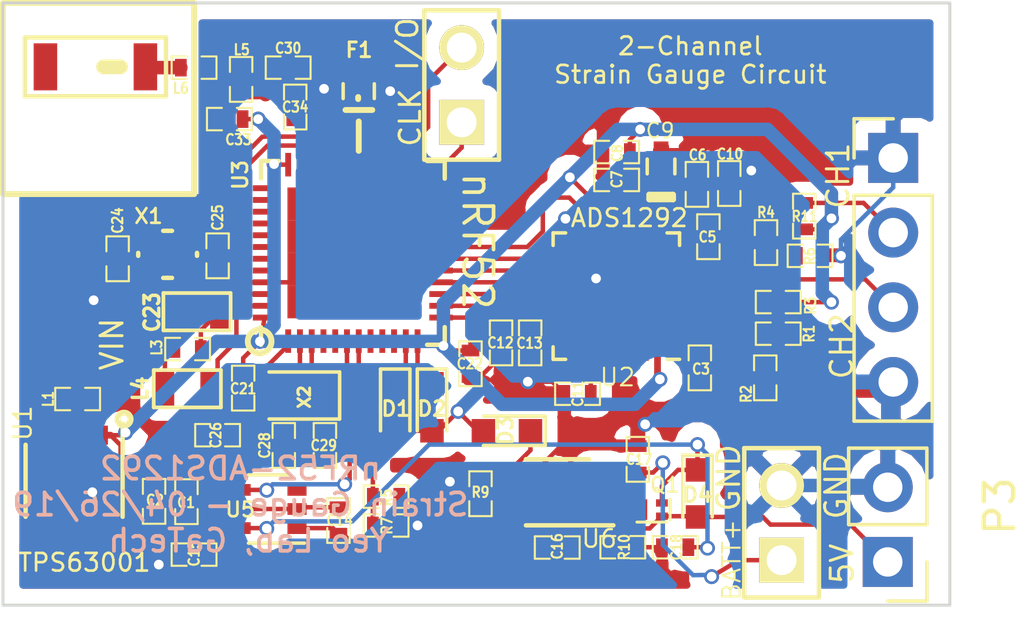
<source format=kicad_pcb>
(kicad_pcb (version 20171130) (host pcbnew "(5.0.0)")
  (layers (0 F.Cu signal) (31 B.Cu signal) (34 B.Paste user) (35 F.Paste user hide) (36 B.SilkS user) (37 F.SilkS user) (38 B.Mask user hide) (39 F.Mask user hide) (44 Edge.Cuts user))
  (net 0 "")
  (net 1 /DEC1)
  (net 2 /DEC2)
  (net 3 /RF)
  (net 4 /SPI_SCLK)
  (net 5 /SPI_~CS)
  (net 6 /SWDCLK)
  (net 7 /SWDIO)
  (net 8 /~DRDY)
  (net 9 "Net-(A1-Pad1)")
  (net 10 "Net-(A1-Pad2)")
  (net 11 "Net-(L3-Pad1)")
  (net 12 DVDD)
  (net 13 /DIN)
  (net 14 /DOUT)
  (net 15 /BIASIN)
  (net 16 VCC)
  (net 17 "Net-(C30-Pad2)")
  (net 18 "Net-(L1-Pad1)")
  (net 19 "Net-(U3-Pad28)")
  (net 20 "Net-(U3-Pad27)")
  (net 21 "Net-(U3-Pad10)")
  (net 22 "Net-(U3-Pad4)")
  (net 23 "Net-(U3-Pad22)")
  (net 24 "Net-(U3-Pad21)")
  (net 25 "Net-(U3-Pad41)")
  (net 26 "Net-(U3-Pad42)")
  (net 27 "Net-(U3-Pad40)")
  (net 28 "Net-(U3-Pad43)")
  (net 29 "Net-(U3-Pad44)")
  (net 30 /LED2)
  (net 31 /LED3)
  (net 32 /~PWDN/RESET)
  (net 33 "Net-(U3-Pad5)")
  (net 34 "Net-(U3-Pad20)")
  (net 35 "Net-(C23-Pad1)")
  (net 36 "Net-(C24-Pad2)")
  (net 37 "Net-(C25-Pad2)")
  (net 38 "Net-(C28-Pad1)")
  (net 39 "Net-(C29-Pad1)")
  (net 40 "Net-(L4-Pad1)")
  (net 41 "Net-(U3-Pad29)")
  (net 42 "Net-(F1-Pad2)")
  (net 43 /DEC3)
  (net 44 "Net-(U3-Pad37)")
  (net 45 "Net-(U3-Pad38)")
  (net 46 "Net-(U3-Pad39)")
  (net 47 DGND)
  (net 48 "Net-(C3-Pad1)")
  (net 49 "Net-(C3-Pad2)")
  (net 50 "Net-(C5-Pad1)")
  (net 51 "Net-(C5-Pad2)")
  (net 52 "Net-(C10-Pad2)")
  (net 53 "Net-(C9-Pad1)")
  (net 54 "Net-(C11-Pad1)")
  (net 55 "Net-(L1-Pad2)")
  (net 56 "Net-(U2-Pad17)")
  (net 57 "Net-(U2-Pad25)")
  (net 58 "Net-(U2-Pad26)")
  (net 59 "Net-(C14-Pad1)")
  (net 60 /AIN_BAT_DIV_VOLTAGE)
  (net 61 "Net-(U3-Pad9)")
  (net 62 /LOAD_SW_CTRL)
  (net 63 5V_in_charge)
  (net 64 "Net-(D3-Pad1)")
  (net 65 "Net-(R8-Pad1)")
  (net 66 "Net-(R9-Pad1)")
  (net 67 "Net-(U3-Pad8)")
  (net 68 "Net-(U6-Pad7)")
  (net 69 /BATT_IN)
  (net 70 /SG2_INPUT_1)
  (net 71 /SG1_INPUT_1)
  (net 72 /WB1_Vinverting)
  (net 73 /WB2_Vinverting)
  (net 74 "Net-(U2-Pad28)")
  (net 75 "Net-(U2-Pad29)")
  (net 76 "Net-(U2-Pad30)")
  (net 77 "Net-(U3-Pad23)")
  (net 78 "Net-(U3-Pad24)")
  (module Pin_Headers:Pin_Header_Straight_1x04_Pitch2.54mm (layer F.Cu) (at 296.175 130.77)
    (fp_text reference P5 hide)
    (fp_text value CONN_01X04)
    (pad 1 thru_hole rect (at 0 0) (size 1.7 1.7) (drill 1) (layers *.Cu *.Mask) (net 47 DGND))
    (pad 2 thru_hole oval (at 0 2.54) (size 1.7 1.7) (drill 1) (layers *.Cu *.Mask) (net 70 /SG2_INPUT_1))
    (pad 3 thru_hole oval (at 0 5.08) (size 1.7 1.7) (drill 1) (layers *.Cu *.Mask) (net 71 /SG1_INPUT_1))
    (pad 4 thru_hole oval (at 0 7.62) (size 1.7 1.7) (drill 1) (layers *.Cu *.Mask) (net 47 DGND))
  )
  (module SM0402 (layer F.Cu) (at 293.15 132.75042 90)
    (fp_text reference R11 (at -0.01 0.015 180) (layer F.SilkS) (effects (font (size 0.35052 0.3048) (thickness 0.07112))))
    (fp_text value 200k hide)
    (pad 2 smd rect (at 0.44958 0 90) (size 0.39878 0.59944) (layers F.Cu F.Paste F.Mask) (net 70 /SG2_INPUT_1))
    (pad 1 smd rect (at -0.44958 0 90) (size 0.39878 0.59944) (layers F.Cu F.Paste F.Mask) (net 12 DVDD))
  )
  (module SM0402 (layer F.Cu) (at 293.34958 134.1)
    (fp_text reference R6 (at -0.01 0.015 90) (layer F.SilkS) (effects (font (size 0.35052 0.3048) (thickness 0.07112))))
    (fp_text value 200k hide)
    (pad 1 smd rect (at -0.44958 0) (size 0.39878 0.59944) (layers F.Cu F.Paste F.Mask) (net 73 /WB2_Vinverting))
    (pad 2 smd rect (at 0.44958 0) (size 0.39878 0.59944) (layers F.Cu F.Paste F.Mask) (net 47 DGND))
  )
  (module Pin_Headers:Pin_Header_Straight_1x02_Pitch2.54mm (layer F.Cu) (at 295.99 144.51 180)
    (fp_text reference P3 (at -3.81 1.9 270) (layer F.SilkS))
    (fp_text value CONN_2)
    (pad 1 thru_hole rect (at 0 0 180) (size 1.7 1.7) (drill 1) (layers *.Cu *.Mask) (net 63 5V_in_charge))
    (pad 2 thru_hole oval (at 0 2.54 180) (size 1.7 1.7) (drill 1) (layers *.Cu *.Mask) (net 47 DGND))
  )
  (module SM0402 (layer F.Cu) (at 278.93 142.29)
    (fp_text reference R5 (at 0.02 0.03 90) (layer F.SilkS) (effects (font (size 0.35052 0.3048) (thickness 0.07112))))
    (fp_text value 1M hide)
    (pad 1 smd rect (at -0.44958 0) (size 0.39878 0.59944) (layers F.Cu F.Paste F.Mask) (net 60 /AIN_BAT_DIV_VOLTAGE))
    (pad 2 smd rect (at 0.44958 0) (size 0.39878 0.59944) (layers F.Cu F.Paste F.Mask) (net 59 "Net-(C14-Pad1)"))
  )
  (module TO_SOT_Packages_SMD:SOT-353_SC-70-5 (layer F.Cu) (at 274.95 142.71 180)
    (fp_text reference U5 (at 0.98 -0.02) (layer F.SilkS) (effects (font (size 0.5 0.5) (thickness 0.09))))
    (fp_text value TPS2294x)
    (pad 1 smd rect (at -0.95 -0.65 180) (size 0.65 0.4) (layers F.Cu F.Paste F.Mask) (net 59 "Net-(C14-Pad1)"))
    (pad 3 smd rect (at -0.95 0.65 180) (size 0.65 0.4) (layers F.Cu F.Paste F.Mask) (net 65 "Net-(R8-Pad1)"))
    (pad 2 smd rect (at -0.95 0 180) (size 0.65 0.4) (layers F.Cu F.Paste F.Mask) (net 47 DGND))
    (pad 4 smd rect (at 0.95 0.65 180) (size 0.65 0.4) (layers F.Cu F.Paste F.Mask) (net 62 /LOAD_SW_CTRL))
    (pad 5 smd rect (at 0.95 -0.65 180) (size 0.65 0.4) (layers F.Cu F.Paste F.Mask) (net 16 VCC))
  )
  (module LEDs:LED_0603 (layer F.Cu) (at 289.52 142.18 270)
    (fp_text reference D4 (at 0.05 0) (layer F.SilkS) (effects (font (size 0.5 0.5) (thickness 0.1))))
    (fp_text value D_Schottky)
    (pad 2 smd rect (at 0.8 0 90) (size 0.8 0.8) (layers F.Cu F.Paste F.Mask) (net 63 5V_in_charge))
    (pad 1 smd rect (at -0.8 0 90) (size 0.8 0.8) (layers F.Cu F.Paste F.Mask) (net 16 VCC))
  )
  (module SM0402 (layer F.Cu) (at 288.76 144.01)
    (fp_text reference C18 (at 0.05 0 90) (layer F.SilkS) (effects (font (size 0.35052 0.3048) (thickness 0.07112))))
    (fp_text value 1.0uF hide)
    (pad 1 smd rect (at -0.44958 0) (size 0.39878 0.59944) (layers F.Cu F.Paste F.Mask) (net 47 DGND))
    (pad 2 smd rect (at 0.44958 0) (size 0.39878 0.59944) (layers F.Cu F.Paste F.Mask) (net 16 VCC))
  )
  (module SM0402 (layer F.Cu) (at 286.98 144.01)
    (fp_text reference R10 (at 0.05 0 90) (layer F.SilkS) (effects (font (size 0.35052 0.3048) (thickness 0.07112))))
    (fp_text value 100k hide)
    (pad 1 smd rect (at -0.44958 0) (size 0.39878 0.59944) (layers F.Cu F.Paste F.Mask) (net 63 5V_in_charge))
    (pad 2 smd rect (at 0.44958 0) (size 0.39878 0.59944) (layers F.Cu F.Paste F.Mask) (net 47 DGND))
  )
  (module SM0402 (layer F.Cu) (at 284.75 144.02 180)
    (fp_text reference C16 (at 0 0.04 270) (layer F.SilkS) (effects (font (size 0.35052 0.3048) (thickness 0.07112))))
    (fp_text value 4.7uF hide)
    (pad 1 smd rect (at -0.44958 0 180) (size 0.39878 0.59944) (layers F.Cu F.Paste F.Mask) (net 63 5V_in_charge))
    (pad 2 smd rect (at 0.44958 0 180) (size 0.39878 0.59944) (layers F.Cu F.Paste F.Mask) (net 47 DGND))
  )
  (module SM0402 (layer F.Cu) (at 282.14 142.19 90)
    (fp_text reference R9 (at 0.05 0 180) (layer F.SilkS) (effects (font (size 0.35052 0.3048) (thickness 0.07112))))
    (fp_text value 2k hide)
    (pad 1 smd rect (at -0.44958 0 90) (size 0.39878 0.59944) (layers F.Cu F.Paste F.Mask) (net 66 "Net-(R9-Pad1)"))
    (pad 2 smd rect (at 0.44958 0 90) (size 0.39878 0.59944) (layers F.Cu F.Paste F.Mask) (net 47 DGND))
  )
  (module SM0402 (layer F.Cu) (at 287.49 141.02 90)
    (fp_text reference C17 (at 0 0.04 180) (layer F.SilkS) (effects (font (size 0.35052 0.3048) (thickness 0.07112))))
    (fp_text value 4.7uF hide)
    (pad 1 smd rect (at -0.44958 0 90) (size 0.39878 0.59944) (layers F.Cu F.Paste F.Mask) (net 69 /BATT_IN))
    (pad 2 smd rect (at 0.44958 0 90) (size 0.39878 0.59944) (layers F.Cu F.Paste F.Mask) (net 47 DGND))
  )
  (module LEDs:LED_0603 (layer F.Cu) (at 283.04 140.05 180)
    (fp_text reference D3 (at 0.05 0 270) (layer F.SilkS) (effects (font (size 0.5 0.5) (thickness 0.1))))
    (fp_text value LED)
    (pad 2 smd rect (at 0.8 0) (size 0.8 0.8) (layers F.Cu F.Paste F.Mask) (net 12 DVDD))
    (pad 1 smd rect (at -0.8 0) (size 0.8 0.8) (layers F.Cu F.Paste F.Mask) (net 64 "Net-(D3-Pad1)"))
  )
  (module SM0402 (layer F.Cu) (at 281.8 137.77 270)
    (fp_text reference C22 (at 0 0.02) (layer F.SilkS) (effects (font (size 0.35052 0.3048) (thickness 0.07112))))
    (fp_text value 100nF hide)
    (pad 1 smd rect (at -0.44958 0 270) (size 0.39878 0.59944) (layers F.Cu F.Paste F.Mask) (net 12 DVDD))
    (pad 2 smd rect (at 0.44958 0 270) (size 0.39878 0.59944) (layers F.Cu F.Paste F.Mask) (net 47 DGND))
  )
  (module SM0402 (layer F.Cu) (at 278.93 143.27 180)
    (fp_text reference R7 (at -0.03 -0.01 270) (layer F.SilkS) (effects (font (size 0.35052 0.3048) (thickness 0.07112))))
    (fp_text value 1M hide)
    (pad 1 smd rect (at -0.44958 0 180) (size 0.39878 0.59944) (layers F.Cu F.Paste F.Mask) (net 47 DGND))
    (pad 2 smd rect (at 0.44958 0 180) (size 0.39878 0.59944) (layers F.Cu F.Paste F.Mask) (net 60 /AIN_BAT_DIV_VOLTAGE))
  )
  (module SM0402 (layer F.Cu) (at 277.31 143.1 90)
    (fp_text reference C14 (at 0 0.04 180) (layer F.SilkS) (effects (font (size 0.35052 0.3048) (thickness 0.07112))))
    (fp_text value 10uF hide)
    (pad 1 smd rect (at -0.44958 0 90) (size 0.39878 0.59944) (layers F.Cu F.Paste F.Mask) (net 59 "Net-(C14-Pad1)"))
    (pad 2 smd rect (at 0.44958 0 90) (size 0.39878 0.59944) (layers F.Cu F.Paste F.Mask) (net 47 DGND))
  )
  (module SM0402 (layer F.Cu) (at 272.4 144.26 180)
    (fp_text reference C15 (at 0 0.04 270) (layer F.SilkS) (effects (font (size 0.35052 0.3048) (thickness 0.07112))))
    (fp_text value 10uF hide)
    (pad 1 smd rect (at -0.44958 0 180) (size 0.39878 0.59944) (layers F.Cu F.Paste F.Mask) (net 16 VCC))
    (pad 2 smd rect (at 0.44958 0 180) (size 0.39878 0.59944) (layers F.Cu F.Paste F.Mask) (net 47 DGND))
  )
  (module Housings_DFN_QFN:QFN-32-1EP_4x4mm_Pitch0.4mm (layer F.Cu) (at 286.76 135.47 180)
    (fp_text reference U2 (at -0.04 -2.76 180) (layer F.SilkS) (effects (font (size 0.6 0.6) (thickness 0.07))))
    (fp_text value ADS1291/2)
    (pad 1 smd oval (at -1.9 -1.4 180) (size 0.6 0.2) (layers F.Cu F.Paste F.Mask) (net 48 "Net-(C3-Pad1)"))
    (pad 2 smd rect (at -1.9 -1 180) (size 0.6 0.2) (layers F.Cu F.Paste F.Mask) (net 49 "Net-(C3-Pad2)"))
    (pad 3 smd rect (at -1.9 -0.6 180) (size 0.6 0.2) (layers F.Cu F.Paste F.Mask) (net 72 /WB1_Vinverting))
    (pad 4 smd rect (at -1.9 -0.2 180) (size 0.6 0.2) (layers F.Cu F.Paste F.Mask) (net 71 /SG1_INPUT_1))
    (pad 5 smd rect (at -1.9 0.2 180) (size 0.6 0.2) (layers F.Cu F.Paste F.Mask) (net 73 /WB2_Vinverting))
    (pad 6 smd rect (at -1.9 0.6 180) (size 0.6 0.2) (layers F.Cu F.Paste F.Mask) (net 70 /SG2_INPUT_1))
    (pad 7 smd rect (at -1.9 1 180) (size 0.6 0.2) (layers F.Cu F.Paste F.Mask) (net 50 "Net-(C5-Pad1)"))
    (pad 8 smd oval (at -1.9 1.4 180) (size 0.6 0.2) (layers F.Cu F.Paste F.Mask) (net 51 "Net-(C5-Pad2)"))
    (pad 9 smd oval (at -1.4 1.9 270) (size 0.6 0.2) (layers F.Cu F.Paste F.Mask) (net 52 "Net-(C10-Pad2)"))
    (pad 10 smd rect (at -1 1.9 270) (size 0.6 0.2) (layers F.Cu F.Paste F.Mask) (net 47 DGND))
    (pad 11 smd rect (at -0.6 1.9 270) (size 0.6 0.2) (layers F.Cu F.Paste F.Mask) (net 53 "Net-(C9-Pad1)"))
    (pad 12 smd rect (at -0.2 1.9 270) (size 0.6 0.2) (layers F.Cu F.Paste F.Mask) (net 12 DVDD))
    (pad 13 smd rect (at 0.2 1.9 270) (size 0.6 0.2) (layers F.Cu F.Paste F.Mask) (net 47 DGND))
    (pad 14 smd rect (at 0.6 1.9 270) (size 0.6 0.2) (layers F.Cu F.Paste F.Mask) (net 12 DVDD))
    (pad 15 smd rect (at 1 1.9 270) (size 0.6 0.2) (layers F.Cu F.Paste F.Mask) (net 32 /~PWDN/RESET))
    (pad 16 smd oval (at 1.4 1.9 270) (size 0.6 0.2) (layers F.Cu F.Paste F.Mask) (net 47 DGND))
    (pad 17 smd oval (at 1.9 1.4 180) (size 0.6 0.2) (layers F.Cu F.Paste F.Mask) (net 56 "Net-(U2-Pad17)"))
    (pad 18 smd rect (at 1.9 1 180) (size 0.6 0.2) (layers F.Cu F.Paste F.Mask) (net 5 /SPI_~CS))
    (pad 19 smd rect (at 1.9 0.6 180) (size 0.6 0.2) (layers F.Cu F.Paste F.Mask) (net 13 /DIN))
    (pad 20 smd rect (at 1.9 0.2 180) (size 0.6 0.2) (layers F.Cu F.Paste F.Mask) (net 4 /SPI_SCLK))
    (pad 21 smd rect (at 1.9 -0.2 180) (size 0.6 0.2) (layers F.Cu F.Paste F.Mask) (net 14 /DOUT))
    (pad 22 smd rect (at 1.9 -0.6 180) (size 0.6 0.2) (layers F.Cu F.Paste F.Mask) (net 8 /~DRDY))
    (pad 23 smd rect (at 1.9 -1 180) (size 0.6 0.2) (layers F.Cu F.Paste F.Mask) (net 12 DVDD))
    (pad 24 smd oval (at 1.9 -1.4 180) (size 0.6 0.2) (layers F.Cu F.Paste F.Mask) (net 47 DGND))
    (pad 25 smd oval (at 1.4 -1.9 270) (size 0.6 0.2) (layers F.Cu F.Paste F.Mask) (net 57 "Net-(U2-Pad25)"))
    (pad 26 smd rect (at 1 -1.9 270) (size 0.6 0.2) (layers F.Cu F.Paste F.Mask) (net 58 "Net-(U2-Pad26)"))
    (pad 27 smd rect (at 0.6 -1.9 270) (size 0.6 0.2) (layers F.Cu F.Paste F.Mask) (net 54 "Net-(C11-Pad1)"))
    (pad 28 smd rect (at 0.2 -1.9 270) (size 0.6 0.2) (layers F.Cu F.Paste F.Mask) (net 74 "Net-(U2-Pad28)"))
    (pad 29 smd rect (at -0.2 -1.9 270) (size 0.6 0.2) (layers F.Cu F.Paste F.Mask) (net 75 "Net-(U2-Pad29)"))
    (pad 30 smd rect (at -0.6 -1.9 270) (size 0.6 0.2) (layers F.Cu F.Paste F.Mask) (net 76 "Net-(U2-Pad30)"))
    (pad 31 smd rect (at -1 -1.9 270) (size 0.6 0.2) (layers F.Cu F.Paste F.Mask) (net 12 DVDD))
    (pad 32 smd oval (at -1.4 -1.9 270) (size 0.6 0.2) (layers F.Cu F.Paste F.Mask) (net 12 DVDD))
    (pad 33 smd rect (at 0.6625 0.6625 180) (size 1.325 1.325) (layers F.Cu F.Paste F.Mask) (net 47 DGND))
    (pad 33 smd rect (at 0.6625 -0.6625 180) (size 1.325 1.325) (layers F.Cu F.Paste F.Mask) (net 47 DGND))
    (pad 33 smd rect (at -0.6625 0.6625 180) (size 1.325 1.325) (layers F.Cu F.Paste F.Mask) (net 47 DGND))
    (pad 33 smd rect (at -0.6625 -0.6625 180) (size 1.325 1.325) (layers F.Cu F.Paste F.Mask) (net 47 DGND))
  )
  (module SM0402 (layer F.Cu) (at 289.89 133.45 90)
    (fp_text reference C5 (at -0.01 -0.03 180) (layer F.SilkS) (effects (font (size 0.35052 0.3048) (thickness 0.07112))))
    (fp_text value "4.7 nF" hide)
    (pad 1 smd rect (at -0.44958 0 90) (size 0.39878 0.59944) (layers F.Cu F.Paste F.Mask) (net 50 "Net-(C5-Pad1)"))
    (pad 2 smd rect (at 0.44958 0 90) (size 0.39878 0.59944) (layers F.Cu F.Paste F.Mask) (net 51 "Net-(C5-Pad2)"))
  )
  (module SM0402 (layer F.Cu) (at 289.6 137.91 90)
    (fp_text reference C3 (at -0.04 0.04 180) (layer F.SilkS) (effects (font (size 0.35052 0.3048) (thickness 0.07112))))
    (fp_text value "4.7 nF" hide)
    (pad 1 smd rect (at -0.44958 0 90) (size 0.39878 0.59944) (layers F.Cu F.Paste F.Mask) (net 48 "Net-(C3-Pad1)"))
    (pad 2 smd rect (at 0.44958 0 90) (size 0.39878 0.59944) (layers F.Cu F.Paste F.Mask) (net 49 "Net-(C3-Pad2)"))
  )
  (module SM0402 (layer F.Cu) (at 283.83 137.06 270)
    (fp_text reference C13 (at 0.01 0.02) (layer F.SilkS) (effects (font (size 0.35052 0.3048) (thickness 0.07112))))
    (fp_text value 1uF hide)
    (pad 1 smd rect (at -0.44958 0 270) (size 0.39878 0.59944) (layers F.Cu F.Paste F.Mask) (net 12 DVDD))
    (pad 2 smd rect (at 0.44958 0 270) (size 0.39878 0.59944) (layers F.Cu F.Paste F.Mask) (net 47 DGND))
  )
  (module SM0402 (layer F.Cu) (at 282.84 137.06 270)
    (fp_text reference C12 (at 0 0.02) (layer F.SilkS) (effects (font (size 0.35052 0.3048) (thickness 0.07112))))
    (fp_text value 0.1uF hide)
    (pad 1 smd rect (at -0.44958 0 270) (size 0.39878 0.59944) (layers F.Cu F.Paste F.Mask) (net 12 DVDD))
    (pad 2 smd rect (at 0.44958 0 270) (size 0.39878 0.59944) (layers F.Cu F.Paste F.Mask) (net 47 DGND))
  )
  (module SM0402 (layer F.Cu) (at 286.77 130.57)
    (fp_text reference C8 (at 0.02 0.04 90) (layer F.SilkS) (effects (font (size 0.35052 0.3048) (thickness 0.07112))))
    (fp_text value 1uF hide)
    (pad 1 smd rect (at -0.44958 0) (size 0.39878 0.59944) (layers F.Cu F.Paste F.Mask) (net 47 DGND))
    (pad 2 smd rect (at 0.44958 0) (size 0.39878 0.59944) (layers F.Cu F.Paste F.Mask) (net 12 DVDD))
  )
  (module SM0402 (layer F.Cu) (at 290.6 131.64 270)
    (fp_text reference C10 (at -1 -0.025) (layer F.SilkS) (effects (font (size 0.35052 0.3048) (thickness 0.07112))))
    (fp_text value 10uF hide)
    (pad 1 smd rect (at -0.44958 0 270) (size 0.39878 0.59944) (layers F.Cu F.Paste F.Mask) (net 47 DGND))
    (pad 2 smd rect (at 0.44958 0 270) (size 0.39878 0.59944) (layers F.Cu F.Paste F.Mask) (net 52 "Net-(C10-Pad2)"))
  )
  (module SM0402 (layer F.Cu) (at 286.77 131.52)
    (fp_text reference C7 (at 0.01 -0.02 90) (layer F.SilkS) (effects (font (size 0.35052 0.3048) (thickness 0.07112))))
    (fp_text value 0.1uF hide)
    (pad 1 smd rect (at -0.44958 0) (size 0.39878 0.59944) (layers F.Cu F.Paste F.Mask) (net 47 DGND))
    (pad 2 smd rect (at 0.44958 0) (size 0.39878 0.59944) (layers F.Cu F.Paste F.Mask) (net 12 DVDD))
  )
  (module Housings_DFN_QFN:DFN-10-1EP_3x3mm_Pitch0.5mm (layer F.Cu) (at 268.32 141.75 270)
    (fp_text reference U1 (at -1.96 1.75 270) (layer F.SilkS) (effects (font (size 0.6 0.6) (thickness 0.08))))
    (fp_text value TPS63001)
    (pad 1 smd rect (at -1.55 -1 270) (size 0.65 0.3) (layers F.Cu F.Paste F.Mask) (net 12 DVDD))
    (pad 2 smd rect (at -1.55 -0.5 270) (size 0.65 0.3) (layers F.Cu F.Paste F.Mask) (net 55 "Net-(L1-Pad2)"))
    (pad 3 smd rect (at -1.55 0 270) (size 0.65 0.3) (layers F.Cu F.Paste F.Mask) (net 47 DGND))
    (pad 4 smd rect (at -1.55 0.5 270) (size 0.65 0.3) (layers F.Cu F.Paste F.Mask) (net 18 "Net-(L1-Pad1)"))
    (pad 5 smd rect (at -1.55 1 270) (size 0.65 0.3) (layers F.Cu F.Paste F.Mask) (net 16 VCC))
    (pad 6 smd rect (at 1.55 1 270) (size 0.65 0.3) (layers F.Cu F.Paste F.Mask) (net 16 VCC))
    (pad 7 smd rect (at 1.55 0.5 270) (size 0.65 0.3) (layers F.Cu F.Paste F.Mask) (net 16 VCC))
    (pad 8 smd rect (at 1.55 0 270) (size 0.65 0.3) (layers F.Cu F.Paste F.Mask) (net 16 VCC))
    (pad 9 smd rect (at 1.55 -0.5 270) (size 0.65 0.3) (layers F.Cu F.Paste F.Mask) (net 47 DGND))
    (pad 10 smd rect (at 1.55 -1 270) (size 0.65 0.3) (layers F.Cu F.Paste F.Mask) (net 12 DVDD))
    (pad 11 smd rect (at 0.3875 0.62 270) (size 0.775 1.24) (layers F.Cu F.Paste F.Mask) (net 47 DGND))
    (pad 11 smd rect (at 0.3875 -0.62 270) (size 0.775 1.24) (layers F.Cu F.Paste F.Mask) (net 47 DGND))
    (pad 11 smd rect (at -0.3875 0.62 270) (size 0.775 1.24) (layers F.Cu F.Paste F.Mask) (net 47 DGND))
    (pad 11 smd rect (at -0.3875 -0.62 270) (size 0.775 1.24) (layers F.Cu F.Paste F.Mask) (net 47 DGND))
  )
  (module SM0402 (layer F.Cu) (at 268.44 138.97)
    (fp_text reference L1 (at -1 0 90) (layer F.SilkS) (effects (font (size 0.35052 0.3048) (thickness 0.07112))))
    (fp_text value 2.20µH hide)
    (pad 1 smd rect (at -0.44958 0) (size 0.39878 0.59944) (layers F.Cu F.Paste F.Mask) (net 18 "Net-(L1-Pad1)"))
    (pad 2 smd rect (at 0.44958 0) (size 0.39878 0.59944) (layers F.Cu F.Paste F.Mask) (net 55 "Net-(L1-Pad2)"))
  )
  (module SM0402 (layer F.Cu) (at 274.07 138.6 90)
    (fp_text reference C21 (at -0.02 0 180) (layer F.SilkS) (effects (font (size 0.35052 0.3048) (thickness 0.07112))))
    (fp_text value 4.7µF hide)
    (pad 1 smd rect (at -0.44958 0 90) (size 0.39878 0.59944) (layers F.Cu F.Paste F.Mask) (net 47 DGND))
    (pad 2 smd rect (at 0.44958 0 90) (size 0.39878 0.59944) (layers F.Cu F.Paste F.Mask) (net 12 DVDD))
  )
  (module Resistors_SMD:R_0402 (layer F.Cu) (at 278 128.5 90)
    (fp_text reference F1 (at 1.4 0.01 180) (layer F.SilkS) (effects (font (size 0.5 0.5) (thickness 0.1))))
    (fp_text value 2450FM07A0029)
    (pad 1 smd rect (at 0 0.3265 90) (size 0.3 0.7) (layers F.Cu F.Paste F.Mask) (net 47 DGND))
    (pad 2 smd rect (at -0.6125 0 90) (size 0.6 0.6) (layers F.Cu F.Paste F.Mask) (net 42 "Net-(F1-Pad2)"))
    (pad 4 smd rect (at 0.6125 0 90) (size 0.6 0.6) (layers F.Cu F.Paste F.Mask) (net 3 /RF))
    (pad 3 smd rect (at 0 -0.3625 90) (size 0.3 0.7) (layers F.Cu F.Paste F.Mask) (net 47 DGND))
  )
  (module SM0402 (layer F.Cu) (at 275.84 129.04 90)
    (fp_text reference C34 (at 0 0 180) (layer F.SilkS) (effects (font (size 0.35052 0.3048) (thickness 0.07112))))
    (fp_text value 100pF hide)
    (pad 1 smd rect (at -0.44958 0 90) (size 0.39878 0.59944) (layers F.Cu F.Paste F.Mask) (net 43 /DEC3))
    (pad 2 smd rect (at 0.44958 0 90) (size 0.39878 0.59944) (layers F.Cu F.Paste F.Mask) (net 47 DGND))
  )
  (module SM0402 (layer F.Cu) (at 273.6 129.45)
    (fp_text reference C33 (at 0.31 0.7) (layer F.SilkS) (effects (font (size 0.35052 0.3048) (thickness 0.07112))))
    (fp_text value 100nF hide)
    (pad 1 smd rect (at -0.44958 0) (size 0.39878 0.59944) (layers F.Cu F.Paste F.Mask) (net 47 DGND))
    (pad 2 smd rect (at 0.44958 0) (size 0.39878 0.59944) (layers F.Cu F.Paste F.Mask) (net 12 DVDD))
  )
  (module PIN_ARRAY_2X1 (layer F.Cu) (at 281.5 128.29 90)
    (fp_text reference P2 hide)
    (fp_text value CONN_2 hide)
    (pad 1 thru_hole rect (at -1.27 0 90) (size 1.524 1.524) (drill 1.016) (layers *.Cu *.Mask F.SilkS) (net 6 /SWDCLK))
    (pad 2 thru_hole circle (at 1.27 0 90) (size 1.524 1.524) (drill 1.016) (layers *.Cu *.Mask F.SilkS) (net 7 /SWDIO))
  )
  (module LEDs:LED_0603 (layer F.Cu) (at 280.49 139.25 270)
    (fp_text reference D2 (at 0.05 0) (layer F.SilkS) (effects (font (size 0.5 0.5) (thickness 0.1))))
    (fp_text value LED)
    (pad 2 smd rect (at 0.8 0 90) (size 0.8 0.8) (layers F.Cu F.Paste F.Mask) (net 12 DVDD))
    (pad 1 smd rect (at -0.8 0 90) (size 0.8 0.8) (layers F.Cu F.Paste F.Mask) (net 31 /LED3))
  )
  (module SM0402 (layer F.Cu) (at 285.44 138.79 180)
    (fp_text reference C11 (at -0.01 0 270) (layer F.SilkS) (effects (font (size 0.35052 0.3048) (thickness 0.07112))))
    (fp_text value 1uF hide)
    (pad 1 smd rect (at -0.44958 0 180) (size 0.39878 0.59944) (layers F.Cu F.Paste F.Mask) (net 54 "Net-(C11-Pad1)"))
    (pad 2 smd rect (at 0.44958 0 180) (size 0.39878 0.59944) (layers F.Cu F.Paste F.Mask) (net 47 DGND))
  )
  (module SM0402 (layer F.Cu) (at 289.5 131.67 270)
    (fp_text reference C6 (at -1 -0.025) (layer F.SilkS) (effects (font (size 0.35052 0.3048) (thickness 0.07112))))
    (fp_text value 0.1uF hide)
    (pad 1 smd rect (at -0.44958 0 270) (size 0.39878 0.59944) (layers F.Cu F.Paste F.Mask) (net 47 DGND))
    (pad 2 smd rect (at 0.44958 0 270) (size 0.39878 0.59944) (layers F.Cu F.Paste F.Mask) (net 52 "Net-(C10-Pad2)"))
  )
  (module SM0402 (layer F.Cu) (at 271.04 142.45 90)
    (fp_text reference C2 (at 0.04 0.03) (layer F.SilkS) (effects (font (size 0.35052 0.3048) (thickness 0.07112))))
    (fp_text value 22uF hide)
    (pad 1 smd rect (at -0.44958 0 90) (size 0.39878 0.59944) (layers F.Cu F.Paste F.Mask) (net 12 DVDD))
    (pad 2 smd rect (at 0.44958 0 90) (size 0.39878 0.59944) (layers F.Cu F.Paste F.Mask) (net 47 DGND))
  )
  (module SM0402 (layer F.Cu) (at 272.14 142.46 90)
    (fp_text reference C1 (at -0.03 -0.01 180) (layer F.SilkS) (effects (font (size 0.35052 0.3048) (thickness 0.07112))))
    (fp_text value 10uF hide)
    (pad 1 smd rect (at -0.44958 0 90) (size 0.39878 0.59944) (layers F.Cu F.Paste F.Mask) (net 16 VCC))
    (pad 2 smd rect (at 0.44958 0 90) (size 0.39878 0.59944) (layers F.Cu F.Paste F.Mask) (net 47 DGND))
  )
  (module SM0402 (layer F.Cu) (at 291.85 133.65042 270)
    (fp_text reference R4 (at -1.02542 0) (layer F.SilkS) (effects (font (size 0.35052 0.3048) (thickness 0.07112))))
    (fp_text value 200k hide)
    (pad 1 smd rect (at -0.44958 0 270) (size 0.39878 0.59944) (layers F.Cu F.Paste F.Mask) (net 12 DVDD))
    (pad 2 smd rect (at 0.44958 0 270) (size 0.39878 0.59944) (layers F.Cu F.Paste F.Mask) (net 73 /WB2_Vinverting))
  )
  (module SM0402 (layer F.Cu) (at 292.265473 135.672892 180)
    (fp_text reference R3 (at -1.1 -0.125 90) (layer F.SilkS) (effects (font (size 0.35052 0.3048) (thickness 0.07112))))
    (fp_text value 200k hide)
    (pad 1 smd rect (at -0.44958 0 180) (size 0.39878 0.59944) (layers F.Cu F.Paste F.Mask) (net 12 DVDD))
    (pad 2 smd rect (at 0.44958 0 180) (size 0.39878 0.59944) (layers F.Cu F.Paste F.Mask) (net 71 /SG1_INPUT_1))
  )
  (module SM0402 (layer F.Cu) (at 291.825 138.24958 270)
    (fp_text reference R2 (at 0.54958 0.65 90) (layer F.SilkS) (effects (font (size 0.35052 0.3048) (thickness 0.07112))))
    (fp_text value 200k hide)
    (pad 1 smd rect (at -0.44958 0 270) (size 0.39878 0.59944) (layers F.Cu F.Paste F.Mask) (net 72 /WB1_Vinverting))
    (pad 2 smd rect (at 0.44958 0 270) (size 0.39878 0.59944) (layers F.Cu F.Paste F.Mask) (net 47 DGND))
  )
  (module SM0402 (layer F.Cu) (at 292.265893 136.747892 180)
    (fp_text reference R1 (at -1.04958 0 90) (layer F.SilkS) (effects (font (size 0.35052 0.3048) (thickness 0.07112))))
    (fp_text value 200k hide)
    (pad 1 smd rect (at -0.44958 0 180) (size 0.39878 0.59944) (layers F.Cu F.Paste F.Mask) (net 12 DVDD))
    (pad 2 smd rect (at 0.44958 0 180) (size 0.39878 0.59944) (layers F.Cu F.Paste F.Mask) (net 72 /WB1_Vinverting))
  )
  (module LEDs:LED_0603 (layer F.Cu) (at 279.24 139.25 270)
    (fp_text reference D1 (at 0.05 -0.025) (layer F.SilkS) (effects (font (size 0.5 0.5) (thickness 0.1))))
    (fp_text value LED)
    (pad 2 smd rect (at 0.8 0 90) (size 0.8 0.8) (layers F.Cu F.Paste F.Mask) (net 12 DVDD))
    (pad 1 smd rect (at -0.8 0 90) (size 0.8 0.8) (layers F.Cu F.Paste F.Mask) (net 30 /LED2))
  )
  (module PIN_ARRAY_2X1 (layer F.Cu) (at 292.38 143.18 90)
    (fp_text reference P1 hide)
    (fp_text value CONN_2 hide)
    (pad 1 thru_hole rect (at -1.27 0 90) (size 1.524 1.524) (drill 1.016) (layers *.Cu *.Mask F.SilkS) (net 69 /BATT_IN))
    (pad 2 thru_hole circle (at 1.27 0 90) (size 1.524 1.524) (drill 1.016) (layers *.Cu *.Mask F.SilkS) (net 47 DGND))
  )
  (module SM0603 (layer F.Cu) (at 272.17 138.62 180)
    (fp_text reference L4 (at 1.6 0 270) (layer F.SilkS) (effects (font (size 0.508 0.4572) (thickness 0.1143))))
    (fp_text value 10uH hide)
    (pad 1 smd rect (at -0.762 0 180) (size 0.635 1.143) (layers F.Cu F.Paste F.Mask) (net 40 "Net-(L4-Pad1)"))
    (pad 2 smd rect (at 0.762 0 180) (size 0.635 1.143) (layers F.Cu F.Paste F.Mask) (net 11 "Net-(L3-Pad1)"))
  )
  (module CRYSTAL-SMD-2.0MMx1.6MM (layer F.Cu) (at 271.5 134.05)
    (fp_text reference X1 (at -0.65 -1.3) (layer F.SilkS) (effects (font (size 0.5 0.5) (thickness 0.092))))
    (fp_text value Crystal_GND24 hide)
    (pad 4 smd rect (at -0.7 -0.55) (size 0.9 0.8) (layers F.Cu F.Paste F.Mask) (net 47 DGND))
    (pad 3 smd rect (at 0.7 -0.55) (size 0.9 0.8) (layers F.Cu F.Paste F.Mask) (net 37 "Net-(C25-Pad2)"))
    (pad 1 smd rect (at -0.7 0.55) (size 0.9 0.8) (layers F.Cu F.Paste F.Mask) (net 36 "Net-(C24-Pad2)"))
    (pad 2 smd rect (at 0.7 0.55) (size 0.9 0.8) (layers F.Cu F.Paste F.Mask) (net 47 DGND))
  )
  (module SM0402 (layer F.Cu) (at 275.45 140.55 270)
    (fp_text reference C28 (at 0 0.65 90) (layer F.SilkS) (effects (font (size 0.35052 0.3048) (thickness 0.07112))))
    (fp_text value 12pF hide)
    (pad 1 smd rect (at -0.44958 0 270) (size 0.39878 0.59944) (layers F.Cu F.Paste F.Mask) (net 38 "Net-(C28-Pad1)"))
    (pad 2 smd rect (at 0.44958 0 270) (size 0.39878 0.59944) (layers F.Cu F.Paste F.Mask) (net 47 DGND))
  )
  (module SM0402 (layer F.Cu) (at 273.2 140.2 180)
    (fp_text reference C26 (at 0.06 0 270) (layer F.SilkS) (effects (font (size 0.35052 0.3048) (thickness 0.07112))))
    (fp_text value 100nF hide)
    (pad 1 smd rect (at -0.44958 0 180) (size 0.39878 0.59944) (layers F.Cu F.Paste F.Mask) (net 1 /DEC1))
    (pad 2 smd rect (at 0.44958 0 180) (size 0.39878 0.59944) (layers F.Cu F.Paste F.Mask) (net 47 DGND))
  )
  (module SM0402 (layer F.Cu) (at 269.8 134.2 270)
    (fp_text reference C24 (at -1.3 0 270) (layer F.SilkS) (effects (font (size 0.35052 0.3048) (thickness 0.07112))))
    (fp_text value 12pF hide)
    (pad 1 smd rect (at -0.44958 0 270) (size 0.39878 0.59944) (layers F.Cu F.Paste F.Mask) (net 47 DGND))
    (pad 2 smd rect (at 0.44958 0 270) (size 0.39878 0.59944) (layers F.Cu F.Paste F.Mask) (net 36 "Net-(C24-Pad2)"))
  )
  (module SM0402 (layer F.Cu) (at 273.2 134.1 90)
    (fp_text reference C25 (at 1.3 0 90) (layer F.SilkS) (effects (font (size 0.35052 0.3048) (thickness 0.07112))))
    (fp_text value 12pF hide)
    (pad 1 smd rect (at -0.44958 0 90) (size 0.39878 0.59944) (layers F.Cu F.Paste F.Mask) (net 47 DGND))
    (pad 2 smd rect (at 0.44958 0 90) (size 0.39878 0.59944) (layers F.Cu F.Paste F.Mask) (net 37 "Net-(C25-Pad2)"))
  )
  (module SM0402 (layer F.Cu) (at 276.85 140.55 270)
    (fp_text reference C29 (at 0 0.04 180) (layer F.SilkS) (effects (font (size 0.35052 0.3048) (thickness 0.07112))))
    (fp_text value 12pF hide)
    (pad 1 smd rect (at -0.44958 0 270) (size 0.39878 0.59944) (layers F.Cu F.Paste F.Mask) (net 39 "Net-(C29-Pad1)"))
    (pad 2 smd rect (at 0.44958 0 270) (size 0.39878 0.59944) (layers F.Cu F.Paste F.Mask) (net 47 DGND))
  )
  (module JTI-2450AT18A100-CHIP-ANT (layer F.Cu) (at 269.045 127.673 180)
    (fp_text reference A1 hide)
    (fp_text value CHIP-ANT hide)
    (pad 1 smd rect (at -1.7 0 180) (size 0.8 1.6) (layers F.Cu F.Paste F.Mask) (net 9 "Net-(A1-Pad1)"))
    (pad 2 smd rect (at 1.7 0 180) (size 0.8 1.6) (layers F.Cu F.Paste F.Mask) (net 10 "Net-(A1-Pad2)"))
  )
  (module SM0402 (layer F.Cu) (at 272.4 127.7 180)
    (fp_text reference L6 (at 0.45 -0.7 180) (layer F.SilkS) (effects (font (size 0.35052 0.3048) (thickness 0.07112))))
    (fp_text value 3.9nH hide)
    (pad 1 smd rect (at -0.44958 0 180) (size 0.39878 0.59944) (layers F.Cu F.Paste F.Mask) (net 17 "Net-(C30-Pad2)"))
    (pad 2 smd rect (at 0.44958 0 180) (size 0.39878 0.59944) (layers F.Cu F.Paste F.Mask) (net 9 "Net-(A1-Pad1)"))
  )
  (module SM0402 (layer F.Cu) (at 274 128.1 270)
    (fp_text reference L5 (at -1.01 -0.02) (layer F.SilkS) (effects (font (size 0.35052 0.3048) (thickness 0.07112))))
    (fp_text value 2.7nH hide)
    (pad 1 smd rect (at -0.44958 0 270) (size 0.39878 0.59944) (layers F.Cu F.Paste F.Mask) (net 17 "Net-(C30-Pad2)"))
    (pad 2 smd rect (at 0.44958 0 270) (size 0.39878 0.59944) (layers F.Cu F.Paste F.Mask) (net 47 DGND))
  )
  (module SM0402 (layer F.Cu) (at 275.6 127.7 180)
    (fp_text reference C30 (at 0 0.66 180) (layer F.SilkS) (effects (font (size 0.35052 0.3048) (thickness 0.07112))))
    (fp_text value 1.0pF hide)
    (pad 1 smd rect (at -0.44958 0 180) (size 0.39878 0.59944) (layers F.Cu F.Paste F.Mask) (net 3 /RF))
    (pad 2 smd rect (at 0.44958 0 180) (size 0.39878 0.59944) (layers F.Cu F.Paste F.Mask) (net 17 "Net-(C30-Pad2)"))
  )
  (module SM0402 (layer F.Cu) (at 272.18 137.27)
    (fp_text reference L3 (at -1.05 -0.05 90) (layer F.SilkS) (effects (font (size 0.35052 0.3048) (thickness 0.07112))))
    (fp_text value 15nH hide)
    (pad 1 smd rect (at -0.44958 0) (size 0.39878 0.59944) (layers F.Cu F.Paste F.Mask) (net 11 "Net-(L3-Pad1)"))
    (pad 2 smd rect (at 0.44958 0) (size 0.39878 0.59944) (layers F.Cu F.Paste F.Mask) (net 35 "Net-(C23-Pad1)"))
  )
  (module SM0603 (layer F.Cu) (at 272.5 136 180)
    (fp_text reference C23 (at 1.53 -0.02 270) (layer F.SilkS) (effects (font (size 0.508 0.4572) (thickness 0.1143))))
    (fp_text value 1.0µF hide)
    (pad 1 smd rect (at -0.762 0 180) (size 0.635 1.143) (layers F.Cu F.Paste F.Mask) (net 35 "Net-(C23-Pad1)"))
    (pad 2 smd rect (at 0.762 0 180) (size 0.635 1.143) (layers F.Cu F.Paste F.Mask) (net 47 DGND))
  )
  (module Housings_DFN_QFN:UQFN-48-1EP_6x6mm_Pitch0.4mm (layer F.Cu) (at 277.8 134 90)
    (fp_text reference U3 (at 2.65 -3.83 270) (layer F.SilkS) (effects (font (size 0.5 0.5) (thickness 0.095))))
    (fp_text value NRF528XX-QFAA)
    (pad 1 smd rect (at -3 -2.2 90) (size 0.8 0.2) (layers F.Cu F.Paste F.Mask) (net 1 /DEC1))
    (pad 2 smd rect (at -3 -1.8 90) (size 0.8 0.2) (layers F.Cu F.Paste F.Mask) (net 38 "Net-(C28-Pad1)"))
    (pad 3 smd rect (at -3 -1.4 90) (size 0.8 0.2) (layers F.Cu F.Paste F.Mask) (net 39 "Net-(C29-Pad1)"))
    (pad 4 smd rect (at -3 -1 90) (size 0.8 0.2) (layers F.Cu F.Paste F.Mask) (net 22 "Net-(U3-Pad4)"))
    (pad 5 smd rect (at -3 -0.6 90) (size 0.8 0.2) (layers F.Cu F.Paste F.Mask) (net 33 "Net-(U3-Pad5)"))
    (pad 6 smd rect (at -3 -0.2 90) (size 0.8 0.2) (layers F.Cu F.Paste F.Mask) (net 62 /LOAD_SW_CTRL))
    (pad 7 smd rect (at -3 0.2 90) (size 0.8 0.2) (layers F.Cu F.Paste F.Mask) (net 60 /AIN_BAT_DIV_VOLTAGE))
    (pad 8 smd rect (at -3 0.6 90) (size 0.8 0.2) (layers F.Cu F.Paste F.Mask) (net 67 "Net-(U3-Pad8)"))
    (pad 9 smd rect (at -3 1 90) (size 0.8 0.2) (layers F.Cu F.Paste F.Mask) (net 61 "Net-(U3-Pad9)"))
    (pad 10 smd rect (at -3 1.4 90) (size 0.8 0.2) (layers F.Cu F.Paste F.Mask) (net 21 "Net-(U3-Pad10)"))
    (pad 11 smd rect (at -3 1.8 90) (size 0.8 0.2) (layers F.Cu F.Paste F.Mask) (net 30 /LED2))
    (pad 12 smd rect (at -3 2.2 90) (size 0.8 0.2) (layers F.Cu F.Paste F.Mask) (net 31 /LED3))
    (pad 13 smd rect (at -2.2 3 180) (size 0.8 0.2) (layers F.Cu F.Paste F.Mask) (net 12 DVDD))
    (pad 14 smd rect (at -1.8 3 180) (size 0.8 0.2) (layers F.Cu F.Paste F.Mask) (net 8 /~DRDY))
    (pad 15 smd rect (at -1.4 3 180) (size 0.8 0.2) (layers F.Cu F.Paste F.Mask) (net 14 /DOUT))
    (pad 16 smd rect (at -1 3 180) (size 0.8 0.2) (layers F.Cu F.Paste F.Mask) (net 4 /SPI_SCLK))
    (pad 17 smd rect (at -0.6 3 180) (size 0.8 0.2) (layers F.Cu F.Paste F.Mask) (net 13 /DIN))
    (pad 18 smd rect (at -0.2 3 180) (size 0.8 0.2) (layers F.Cu F.Paste F.Mask) (net 5 /SPI_~CS))
    (pad 19 smd rect (at 0.2 3 180) (size 0.8 0.2) (layers F.Cu F.Paste F.Mask) (net 32 /~PWDN/RESET))
    (pad 20 smd rect (at 0.6 3 180) (size 0.8 0.2) (layers F.Cu F.Paste F.Mask) (net 34 "Net-(U3-Pad20)"))
    (pad 21 smd rect (at 1 3 180) (size 0.8 0.2) (layers F.Cu F.Paste F.Mask) (net 24 "Net-(U3-Pad21)"))
    (pad 22 smd rect (at 1.4 3 180) (size 0.8 0.2) (layers F.Cu F.Paste F.Mask) (net 23 "Net-(U3-Pad22)"))
    (pad 23 smd rect (at 1.8 3 180) (size 0.8 0.2) (layers F.Cu F.Paste F.Mask) (net 77 "Net-(U3-Pad23)"))
    (pad 24 smd rect (at 2.2 3 180) (size 0.8 0.2) (layers F.Cu F.Paste F.Mask) (net 78 "Net-(U3-Pad24)"))
    (pad 25 smd rect (at 3 2.2 90) (size 0.8 0.2) (layers F.Cu F.Paste F.Mask) (net 6 /SWDCLK))
    (pad 26 smd rect (at 3 1.8 90) (size 0.8 0.2) (layers F.Cu F.Paste F.Mask) (net 7 /SWDIO))
    (pad 27 smd rect (at 3 1.4 90) (size 0.8 0.2) (layers F.Cu F.Paste F.Mask) (net 20 "Net-(U3-Pad27)"))
    (pad 28 smd rect (at 3 1 90) (size 0.8 0.2) (layers F.Cu F.Paste F.Mask) (net 19 "Net-(U3-Pad28)"))
    (pad 29 smd rect (at 3 0.6 90) (size 0.8 0.2) (layers F.Cu F.Paste F.Mask) (net 41 "Net-(U3-Pad29)"))
    (pad 30 smd rect (at 3 0.2 90) (size 0.8 0.2) (layers F.Cu F.Paste F.Mask) (net 42 "Net-(F1-Pad2)"))
    (pad 31 smd rect (at 3 -0.2 90) (size 0.8 0.2) (layers F.Cu F.Paste F.Mask) (net 47 DGND))
    (pad 32 smd rect (at 3 -0.6 90) (size 0.8 0.2) (layers F.Cu F.Paste F.Mask) (net 2 /DEC2))
    (pad 33 smd rect (at 3 -1 90) (size 0.8 0.2) (layers F.Cu F.Paste F.Mask) (net 43 /DEC3))
    (pad 34 smd rect (at 3 -1.4 90) (size 0.8 0.2) (layers F.Cu F.Paste F.Mask) (net 36 "Net-(C24-Pad2)"))
    (pad 35 smd rect (at 3 -1.8 90) (size 0.8 0.2) (layers F.Cu F.Paste F.Mask) (net 37 "Net-(C25-Pad2)"))
    (pad 36 smd rect (at 3 -2.2 90) (size 0.8 0.2) (layers F.Cu F.Paste F.Mask) (net 12 DVDD))
    (pad 37 smd rect (at 2.2 -3 180) (size 0.8 0.2) (layers F.Cu F.Paste F.Mask) (net 44 "Net-(U3-Pad37)"))
    (pad 38 smd rect (at 1.8 -3 180) (size 0.8 0.2) (layers F.Cu F.Paste F.Mask) (net 45 "Net-(U3-Pad38)"))
    (pad 39 smd rect (at 1.4 -3 180) (size 0.8 0.2) (layers F.Cu F.Paste F.Mask) (net 46 "Net-(U3-Pad39)"))
    (pad 40 smd rect (at 1 -3 180) (size 0.8 0.2) (layers F.Cu F.Paste F.Mask) (net 27 "Net-(U3-Pad40)"))
    (pad 41 smd rect (at 0.6 -3 180) (size 0.8 0.2) (layers F.Cu F.Paste F.Mask) (net 25 "Net-(U3-Pad41)"))
    (pad 42 smd rect (at 0.2 -3 180) (size 0.8 0.2) (layers F.Cu F.Paste F.Mask) (net 26 "Net-(U3-Pad42)"))
    (pad 43 smd rect (at -0.2 -3 180) (size 0.8 0.2) (layers F.Cu F.Paste F.Mask) (net 28 "Net-(U3-Pad43)"))
    (pad 44 smd rect (at -0.6 -3 180) (size 0.8 0.2) (layers F.Cu F.Paste F.Mask) (net 29 "Net-(U3-Pad44)"))
    (pad 45 smd rect (at -1 -3 180) (size 0.8 0.2) (layers F.Cu F.Paste F.Mask) (net 47 DGND))
    (pad 46 smd rect (at -1.4 -3 180) (size 0.8 0.2) (layers F.Cu F.Paste F.Mask) (net 35 "Net-(C23-Pad1)"))
    (pad 47 smd rect (at -1.8 -3 180) (size 0.8 0.2) (layers F.Cu F.Paste F.Mask) (net 40 "Net-(L4-Pad1)"))
    (pad 48 smd rect (at -2.2 -3 180) (size 0.8 0.2) (layers F.Cu F.Paste F.Mask) (net 12 DVDD))
    (pad 49 smd rect (at 1.66875 1.66875 90) (size 1.1125 1.1125) (layers F.Cu F.Paste F.Mask) (net 47 DGND))
    (pad 49 smd rect (at 1.66875 0.55625 90) (size 1.1125 1.1125) (layers F.Cu F.Paste F.Mask) (net 47 DGND))
    (pad 49 smd rect (at 1.66875 -0.55625 90) (size 1.1125 1.1125) (layers F.Cu F.Paste F.Mask) (net 47 DGND))
    (pad 49 smd rect (at 1.66875 -1.66875 90) (size 1.1125 1.1125) (layers F.Cu F.Paste F.Mask) (net 47 DGND))
    (pad 49 smd rect (at 0.55625 1.66875 90) (size 1.1125 1.1125) (layers F.Cu F.Paste F.Mask) (net 47 DGND))
    (pad 49 smd rect (at 0.55625 0.55625 90) (size 1.1125 1.1125) (layers F.Cu F.Paste F.Mask) (net 47 DGND))
    (pad 49 smd rect (at 0.55625 -0.55625 90) (size 1.1125 1.1125) (layers F.Cu F.Paste F.Mask) (net 47 DGND))
    (pad 49 smd rect (at 0.55625 -1.66875 90) (size 1.1125 1.1125) (layers F.Cu F.Paste F.Mask) (net 47 DGND))
    (pad 49 smd rect (at -0.55625 1.66875 90) (size 1.1125 1.1125) (layers F.Cu F.Paste F.Mask) (net 47 DGND))
    (pad 49 smd rect (at -0.55625 0.55625 90) (size 1.1125 1.1125) (layers F.Cu F.Paste F.Mask) (net 47 DGND))
    (pad 49 smd rect (at -0.55625 -0.55625 90) (size 1.1125 1.1125) (layers F.Cu F.Paste F.Mask) (net 47 DGND))
    (pad 49 smd rect (at -0.55625 -1.66875 90) (size 1.1125 1.1125) (layers F.Cu F.Paste F.Mask) (net 47 DGND))
    (pad 49 smd rect (at -1.66875 1.66875 90) (size 1.1125 1.1125) (layers F.Cu F.Paste F.Mask) (net 47 DGND))
    (pad 49 smd rect (at -1.66875 0.55625 90) (size 1.1125 1.1125) (layers F.Cu F.Paste F.Mask) (net 47 DGND))
    (pad 49 smd rect (at -1.66875 -0.55625 90) (size 1.1125 1.1125) (layers F.Cu F.Paste F.Mask) (net 47 DGND))
    (pad 49 smd rect (at -1.66875 -1.66875 90) (size 1.1125 1.1125) (layers F.Cu F.Paste F.Mask) (net 47 DGND))
  )
  (module Crystals:Crystal_SMD_2012-2pin_2.0x1.2mm (layer F.Cu) (at 276.15 138.85 180)
    (fp_text reference X2 (at 0 -0.05 270) (layer F.SilkS) (effects (font (size 0.4 0.4) (thickness 0.1))))
    (fp_text value "32.768 kHz")
    (pad 1 smd rect (at -0.7 0 180) (size 0.6 1.1) (layers F.Cu F.Paste F.Mask) (net 39 "Net-(C29-Pad1)"))
    (pad 2 smd rect (at 0.7 0 180) (size 0.6 1.1) (layers F.Cu F.Paste F.Mask) (net 38 "Net-(C28-Pad1)"))
  )
  (module Capacitors_SMD:C_0402 (layer F.Cu) (at 288.28 131.06 90)
    (fp_text reference C9 (at 1.22 -0.03 180) (layer F.SilkS) (effects (font (size 0.5 0.5) (thickness 0.07))))
    (fp_text value 1uF)
    (pad 1 smd rect (at -0.55 0 90) (size 0.6 0.5) (layers F.Cu F.Paste F.Mask) (net 53 "Net-(C9-Pad1)"))
    (pad 2 smd rect (at 0.55 0 90) (size 0.6 0.5) (layers F.Cu F.Paste F.Mask) (net 47 DGND))
  )
  (module Housings_DFN_QFN:DFN-8-1EP_3x2mm_Pitch0.5mm (layer F.Cu) (at 284.76 142.14 180)
    (fp_text reference U6 (at -1.42 -1.58) (layer F.SilkS) (effects (font (size 0.6 0.6) (thickness 0.08))))
    (fp_text value MCP73831)
    (pad 1 smd rect (at -1.45 -0.75 180) (size 0.75 0.3) (layers F.Cu F.Paste F.Mask) (net 63 5V_in_charge))
    (pad 2 smd rect (at -1.45 -0.25 180) (size 0.75 0.3) (layers F.Cu F.Paste F.Mask) (net 63 5V_in_charge))
    (pad 3 smd rect (at -1.45 0.25 180) (size 0.75 0.3) (layers F.Cu F.Paste F.Mask) (net 69 /BATT_IN))
    (pad 4 smd rect (at -1.45 0.75 180) (size 0.75 0.3) (layers F.Cu F.Paste F.Mask) (net 69 /BATT_IN))
    (pad 5 smd rect (at 1.45 0.75 180) (size 0.75 0.3) (layers F.Cu F.Paste F.Mask) (net 64 "Net-(D3-Pad1)"))
    (pad 6 smd rect (at 1.45 0.25 180) (size 0.75 0.3) (layers F.Cu F.Paste F.Mask) (net 47 DGND))
    (pad 7 smd rect (at 1.45 -0.25 180) (size 0.75 0.3) (layers F.Cu F.Paste F.Mask) (net 68 "Net-(U6-Pad7)"))
    (pad 8 smd rect (at 1.45 -0.75 180) (size 0.75 0.3) (layers F.Cu F.Paste F.Mask) (net 66 "Net-(R9-Pad1)"))
    (pad 9 smd rect (at 0.4375 0.3625 180) (size 0.875 0.725) (layers F.Cu F.Paste F.Mask) (net 47 DGND))
    (pad 9 smd rect (at 0.4375 -0.3625 180) (size 0.875 0.725) (layers F.Cu F.Paste F.Mask) (net 47 DGND))
    (pad 9 smd rect (at -0.4375 0.3625 180) (size 0.875 0.725) (layers F.Cu F.Paste F.Mask) (net 47 DGND))
    (pad 9 smd rect (at -0.4375 -0.3625 180) (size 0.875 0.725) (layers F.Cu F.Paste F.Mask) (net 47 DGND))
  )
  (module pwr_pads:X2-DFN1006 (layer F.Cu) (at 287.96 142.73 180)
    (fp_text reference Q1 (at -0.45 0.84 180) (layer F.SilkS) (effects (font (size 0.5 0.5) (thickness 0.08))))
    (fp_text value DMP21D5UFB4-7B)
    (pad 2 smd rect (at 0.35 0 180) (size 0.4 0.7) (layers F.Cu F.Paste F.Mask) (net 69 /BATT_IN))
    (pad 1 smd rect (at -0.35 -0.225 180) (size 0.4 0.25) (layers F.Cu F.Paste F.Mask) (net 63 5V_in_charge))
    (pad 3 smd rect (at -0.35 0.225 180) (size 0.4 0.25) (layers F.Cu F.Paste F.Mask) (net 16 VCC))
  )
  (gr_text "2-Channel\nStrain Gauge Circuit" (at 289.275 127.45) (layer F.SilkS) (effects (font (size 0.6 0.6) (thickness 0.09))))
  (gr_text BATT+ (at 290.68 144.44 90) (layer F.SilkS) (effects (font (size 0.6 0.6) (thickness 0.07))))
  (gr_line (start 265.9 125.5) (end 265.9 125.52) (angle 90) (layer Edge.Cuts) (width 0.1))
  (gr_line (start 298.1 125.5) (end 265.9 125.5) (angle 90) (layer Edge.Cuts) (width 0.1))
  (gr_line (start 298.1 145.98) (end 298.1 125.5) (angle 90) (layer Edge.Cuts) (width 0.1))
  (gr_line (start 265.9 145.98) (end 298.1 145.98) (angle 90) (layer Edge.Cuts) (width 0.1))
  (gr_line (start 265.9 125.51) (end 265.9 145.98) (angle 90) (layer Edge.Cuts) (width 0.1))
  (gr_text 5V (at 294.44 144.57 90) (layer F.SilkS) (effects (font (size 0.75 0.75) (thickness 0.1))))
  (gr_text GND (at 290.58 141.65 90) (layer F.SilkS) (effects (font (size 0.75 0.75) (thickness 0.1))))
  (gr_line (start 288.69 132.18) (end 288.69 132.02) (angle 90) (layer F.SilkS) (width 0.2))
  (gr_line (start 287.88 132.18) (end 288.69 132.18) (angle 90) (layer F.SilkS) (width 0.2))
  (gr_line (start 287.88 132.02) (end 287.88 132.18) (angle 90) (layer F.SilkS) (width 0.2))
  (gr_line (start 288.68 132.02) (end 287.88 132.02) (angle 90) (layer F.SilkS) (width 0.2))
  (gr_text ADS1292 (at 287.2 132.81) (layer F.SilkS) (effects (font (size 0.6 0.6) (thickness 0.09))))
  (gr_text TPS63001 (at 268.67 144.53) (layer F.SilkS) (effects (font (size 0.6 0.6) (thickness 0.09))))
  (gr_line (start 277.55 129.14) (end 278.46 129.14) (angle 90) (layer F.SilkS) (width 0.2))
  (gr_line (start 277.98 128.77) (end 277.98 128.7) (angle 90) (layer F.SilkS) (width 0.2))
  (gr_line (start 278 130.53) (end 278 129.53) (angle 90) (layer F.SilkS) (width 0.2))
  (gr_text I/O (at 279.66 126.9 90) (layer F.SilkS) (effects (font (size 0.7 0.7) (thickness 0.1))))
  (gr_line (start 265.9 132) (end 265.9 125.5) (angle 90) (layer F.SilkS) (width 0.2))
  (gr_line (start 272.4 132) (end 265.9 132) (angle 90) (layer F.SilkS) (width 0.2))
  (gr_line (start 272.4 125.5) (end 272.4 132) (angle 90) (layer F.SilkS) (width 0.2))
  (gr_line (start 265.9 125.5) (end 272.4 125.5) (angle 90) (layer F.SilkS) (width 0.2))
  (gr_text nRF52 (at 282.04 133.6 270) (layer F.SilkS) (effects (font (size 1 1) (thickness 0.125))))
  (gr_text CH2 (at 294.425 137.175 90) (layer F.SilkS) (effects (font (size 0.74 0.75) (thickness 0.1))))
  (gr_text CH1 (at 294.3 131.375 90) (layer F.SilkS) (effects (font (size 0.74 0.75) (thickness 0.1))))
  (gr_circle (center 270.02 139.655) (end 270.22 139.755) (layer F.SilkS) (width 0.2))
  (gr_circle (center 274.63 137.01) (end 274.98 137.21) (layer F.SilkS) (width 0.2))
  (gr_text CLK (at 279.75 129.4 90) (layer F.SilkS) (effects (font (size 0.7 0.7) (thickness 0.1))))
  (gr_text GND (at 294.25 141.92 90) (layer F.SilkS) (effects (font (size 0.75 0.75) (thickness 0.1))))
  (gr_text VIN (at 269.61 137.1 90) (layer F.SilkS) (effects (font (size 0.75 0.75) (thickness 0.1))))
  (gr_line (start 269.9 127.673) (end 269.32 127.673) (angle 90) (layer F.SilkS) (width 0.5))
  (gr_text "nRF52-ADS1292\nStrain Gauge - 04/26/19\nYeo Lab, GaTech " (at 273.975 142.56) (layer B.SilkS) (effects (font (size 0.762 0.762) (thickness 0.127)) (justify mirror)))
  (segment (start 274.1 140.2) (end 273.64958 140.2) (width 0.152) (layer F.Cu) (net 1))
  (segment (start 274.73 139.57) (end 274.1 140.2) (width 0.152) (layer F.Cu) (net 1))
  (segment (start 274.73 138.01) (end 274.73 139.57) (width 0.152) (layer F.Cu) (net 1))
  (segment (start 275.6 137.14) (end 274.73 138.01) (width 0.152) (layer F.Cu) (net 1))
  (segment (start 275.6 137) (end 275.6 137.14) (width 0.152) (layer F.Cu) (net 1))
  (segment (start 275.6 137) (end 275.55 137) (width 0.152) (layer F.Cu) (net 1))
  (segment (start 276.04958 127.7) (end 277.8 127.7) (width 0.4572) (layer F.Cu) (net 3))
  (segment (start 277.8 127.7) (end 278 127.9) (width 0.4572) (layer F.Cu) (net 3))
  (segment (start 280.8 135) (end 283.39 135) (width 0.152) (layer F.Cu) (net 4))
  (segment (start 283.66 135.27) (end 284.86 135.27) (width 0.152) (layer F.Cu) (net 4))
  (segment (start 283.39 135) (end 283.66 135.27) (width 0.152) (layer F.Cu) (net 4))
  (segment (start 280.8 134.2) (end 283.84 134.2) (width 0.152) (layer F.Cu) (net 5))
  (segment (start 284.11 134.47) (end 284.86 134.47) (width 0.152) (layer F.Cu) (net 5))
  (segment (start 283.84 134.2) (end 284.11 134.47) (width 0.152) (layer F.Cu) (net 5))
  (segment (start 280 131) (end 280.92 131) (width 0.152) (layer F.Cu) (net 6))
  (segment (start 281.5 130.42) (end 281.5 129.56) (width 0.152) (layer F.Cu) (net 6))
  (segment (start 280.92 131) (end 281.5 130.42) (width 0.152) (layer F.Cu) (net 6))
  (segment (start 279.6 131) (end 279.6 130.48) (width 0.152) (layer F.Cu) (net 7))
  (segment (start 280.36 128.16) (end 281.5 127.02) (width 0.152) (layer F.Cu) (net 7))
  (segment (start 280.36 129.72) (end 280.36 128.16) (width 0.152) (layer F.Cu) (net 7))
  (segment (start 279.6 130.48) (end 280.36 129.72) (width 0.152) (layer F.Cu) (net 7))
  (segment (start 280.8 135.8) (end 282.75 135.8) (width 0.152) (layer F.Cu) (net 8))
  (segment (start 283.02 136.07) (end 284.86 136.07) (width 0.152) (layer F.Cu) (net 8))
  (segment (start 282.75 135.8) (end 283.02 136.07) (width 0.152) (layer F.Cu) (net 8))
  (segment (start 271.95042 127.7) (end 270.772 127.7) (width 0.46) (layer F.Cu) (net 9))
  (segment (start 270.772 127.7) (end 270.745 127.673) (width 0.46) (layer F.Cu) (net 9))
  (segment (start 271.408 138.62) (end 271.408 137.59242) (width 0.152) (layer F.Cu) (net 11))
  (segment (start 271.408 137.59242) (end 271.73042 137.27) (width 0.152) (layer F.Cu) (net 11))
  (segment (start 282.24 140.05) (end 282.04 140.05) (width 0.152) (layer F.Cu) (net 12))
  (segment (start 282.04 140.05) (end 281.38 139.39) (width 0.152) (layer F.Cu) (net 12))
  (segment (start 280.49 140.05) (end 280.72 140.05) (width 0.152) (layer F.Cu) (net 12))
  (segment (start 280.72 140.05) (end 281.38 139.39) (width 0.152) (layer F.Cu) (net 12))
  (segment (start 282.185 138.585) (end 282.305 138.585) (width 0.4572) (layer B.Cu) (net 12))
  (segment (start 281.38 139.39) (end 282.185 138.585) (width 0.4572) (layer B.Cu) (net 12))
  (via (at 281.38 139.39) (size 0.508) (drill 0.3302) (layers F.Cu B.Cu) (net 12))
  (segment (start 279.24 140.05) (end 280.49 140.05) (width 0.152) (layer F.Cu) (net 12))
  (segment (start 281.8 137.32042) (end 281.8 136.8) (width 0.152) (layer F.Cu) (net 12))
  (segment (start 281.98958 136.61042) (end 282.84 136.61042) (width 0.152) (layer F.Cu) (net 12))
  (segment (start 281.8 136.8) (end 281.98958 136.61042) (width 0.152) (layer F.Cu) (net 12))
  (segment (start 281.8 137.32042) (end 281.04042 137.32042) (width 0.152) (layer F.Cu) (net 12))
  (segment (start 281.04042 137.32042) (end 280.88 137.16) (width 0.152) (layer F.Cu) (net 12))
  (segment (start 280.88 137.16) (end 280.88 135.72916) (width 0.4572) (layer B.Cu) (net 12))
  (segment (start 280.88 135.72916) (end 285.17958 131.42958) (width 0.4572) (layer B.Cu) (net 12))
  (segment (start 285.17958 131.37) (end 285.17958 131.42958) (width 0.152) (layer F.Cu) (net 12))
  (via (at 285.17958 131.42958) (size 0.508) (drill 0.3302) (layers F.Cu B.Cu) (net 12))
  (segment (start 286.80916 129.8) (end 287.57 129.8) (width 0.4572) (layer B.Cu) (net 12))
  (segment (start 285.17958 131.42958) (end 286.80916 129.8) (width 0.4572) (layer B.Cu) (net 12))
  (segment (start 286.16 132.41) (end 286.16 133.57) (width 0.152) (layer F.Cu) (net 12))
  (segment (start 285.17958 131.42958) (end 286.16 132.41) (width 0.152) (layer F.Cu) (net 12))
  (segment (start 269.32 140.2) (end 269.98 140.2) (width 0.152) (layer F.Cu) (net 12))
  (segment (start 273.17 137.01) (end 274.64 137.01) (width 0.4572) (layer B.Cu) (net 12))
  (segment (start 270.07 140.11) (end 273.17 137.01) (width 0.4572) (layer B.Cu) (net 12))
  (via (at 270.07 140.11) (size 0.508) (drill 0.3302) (layers F.Cu B.Cu) (net 12))
  (segment (start 269.98 140.2) (end 270.07 140.11) (width 0.152) (layer F.Cu) (net 12))
  (segment (start 288.16 137.37) (end 288.16 138.22) (width 0.229) (layer F.Cu) (net 12))
  (via (at 288.24 138.3) (size 0.508) (drill 0.3302) (layers F.Cu B.Cu) (net 12))
  (segment (start 288.16 138.22) (end 288.24 138.3) (width 0.229) (layer F.Cu) (net 12))
  (segment (start 288.24 138.3) (end 287.39 139.15) (width 0.4572) (layer B.Cu) (net 12))
  (segment (start 282.87 139.15) (end 282.305 138.585) (width 0.4572) (layer B.Cu) (net 12))
  (segment (start 282.305 138.585) (end 280.88 137.16) (width 0.4572) (layer B.Cu) (net 12))
  (segment (start 287.39 139.15) (end 282.87 139.15) (width 0.4572) (layer B.Cu) (net 12))
  (segment (start 269.32 143.3) (end 270.63958 143.3) (width 0.152) (layer F.Cu) (net 12))
  (segment (start 270.63958 143.3) (end 271.04 142.89958) (width 0.152) (layer F.Cu) (net 12))
  (segment (start 269.32 140.2) (end 269.56 140.2) (width 0.229) (layer F.Cu) (net 12))
  (segment (start 269.9 142.72) (end 269.32 143.3) (width 0.152) (layer F.Cu) (net 12))
  (segment (start 269.9 140.54) (end 269.9 142.72) (width 0.152) (layer F.Cu) (net 12))
  (segment (start 269.56 140.2) (end 269.9 140.54) (width 0.152) (layer F.Cu) (net 12))
  (segment (start 287.21958 130.57) (end 287.21958 130.15042) (width 0.152) (layer F.Cu) (net 12))
  (segment (start 287.21958 130.15042) (end 287.57 129.8) (width 0.152) (layer F.Cu) (net 12))
  (via (at 287.57 129.8) (size 0.508) (drill 0.3302) (layers F.Cu B.Cu) (net 12))
  (segment (start 287.21958 130.57) (end 287.21958 131.52) (width 0.152) (layer F.Cu) (net 12))
  (segment (start 280.88 137.16) (end 280.88 136.97) (width 0.152) (layer F.Cu) (net 12))
  (via (at 280.88 137.16) (size 0.508) (drill 0.3302) (layers F.Cu B.Cu) (net 12))
  (segment (start 280.88 136.97) (end 280.8 136.89) (width 0.152) (layer F.Cu) (net 12))
  (segment (start 280.73 137.01) (end 280.88 137.16) (width 0.4572) (layer B.Cu) (net 12))
  (segment (start 274.64 137.01) (end 279.27 137.01) (width 0.4572) (layer B.Cu) (net 12))
  (segment (start 279.27 137.01) (end 280.73 137.01) (width 0.4572) (layer B.Cu) (net 12))
  (segment (start 287.76 137.37) (end 288.16 137.37) (width 0.152) (layer F.Cu) (net 12))
  (segment (start 286.96 133.57) (end 286.96 132.33) (width 0.152) (layer F.Cu) (net 12))
  (segment (start 287.21958 132.07042) (end 287.21958 131.52) (width 0.152) (layer F.Cu) (net 12))
  (segment (start 286.96 132.33) (end 287.21958 132.07042) (width 0.152) (layer F.Cu) (net 12))
  (segment (start 284.86 136.47) (end 283.97042 136.47) (width 0.152) (layer F.Cu) (net 12))
  (segment (start 283.97042 136.47) (end 283.83 136.61042) (width 0.152) (layer F.Cu) (net 12))
  (segment (start 282.84 136.61042) (end 283.83 136.61042) (width 0.152) (layer F.Cu) (net 12))
  (segment (start 280.8 136.2) (end 281.76 136.2) (width 0.152) (layer F.Cu) (net 12))
  (segment (start 281.76 136.2) (end 282.17042 136.61042) (width 0.152) (layer F.Cu) (net 12))
  (segment (start 282.17042 136.61042) (end 282.84 136.61042) (width 0.152) (layer F.Cu) (net 12))
  (segment (start 274.07 138.15042) (end 274.07 137.58) (width 0.152) (layer F.Cu) (net 12))
  (segment (start 274.07 137.58) (end 274.64 137.01) (width 0.152) (layer F.Cu) (net 12))
  (segment (start 275.12 130.98) (end 275.12 136.45) (width 0.4572) (layer B.Cu) (net 12))
  (segment (start 275.12 136.45) (end 274.64 137.01) (width 0.4572) (layer B.Cu) (net 12))
  (segment (start 274.66 136.99) (end 274.8 136.2) (width 0.152) (layer F.Cu) (net 12))
  (segment (start 274.64 137.01) (end 274.66 136.99) (width 0.152) (layer F.Cu) (net 12))
  (via (at 274.64 137.01) (size 0.508) (drill 0.3302) (layers F.Cu B.Cu) (net 12))
  (segment (start 274.04958 129.45) (end 274.58 129.45) (width 0.152) (layer F.Cu) (net 12))
  (segment (start 275.14 131) (end 275.6 131) (width 0.152) (layer F.Cu) (net 12))
  (segment (start 275.12 130.98) (end 275.14 131) (width 0.152) (layer F.Cu) (net 12))
  (via (at 275.12 130.98) (size 0.508) (drill 0.3302) (layers F.Cu B.Cu) (net 12))
  (segment (start 275.12 129.99) (end 275.12 130.98) (width 0.4572) (layer B.Cu) (net 12))
  (segment (start 274.58 129.45) (end 275.12 129.99) (width 0.4572) (layer B.Cu) (net 12))
  (via (at 274.58 129.45) (size 0.508) (drill 0.3302) (layers F.Cu B.Cu) (net 12))
  (segment (start 280.8 136.2) (end 280.8 136.89) (width 0.152) (layer F.Cu) (net 12))
  (segment (start 293.14916 133.20084) (end 293.15 133.2) (width 0.152) (layer F.Cu) (net 12))
  (segment (start 291.85 133.20084) (end 293.14916 133.20084) (width 0.152) (layer F.Cu) (net 12))
  (segment (start 292.715053 136.747472) (end 292.715473 136.747892) (width 0.152) (layer F.Cu) (net 12))
  (segment (start 292.715053 135.672892) (end 292.715053 136.747472) (width 0.152) (layer F.Cu) (net 12))
  (segment (start 292.715053 135.672892) (end 293.147892 135.672892) (width 0.152) (layer F.Cu) (net 12))
  (via (at 294.075 132.825) (size 0.508) (drill 0.3302) (layers F.Cu B.Cu) (net 12))
  (segment (start 293.15 133.2) (end 293.7 133.2) (width 0.152) (layer F.Cu) (net 12))
  (segment (start 293.7 133.2) (end 294.075 132.825) (width 0.152) (layer F.Cu) (net 12))
  (via (at 294.075 135.675) (size 0.508) (drill 0.3302) (layers F.Cu B.Cu) (net 12))
  (segment (start 292.717161 135.675) (end 292.715053 135.672892) (width 0.152) (layer F.Cu) (net 12))
  (segment (start 294.075 135.675) (end 292.717161 135.675) (width 0.152) (layer F.Cu) (net 12))
  (segment (start 287.57 129.8) (end 291.9 129.8) (width 0.4572) (layer B.Cu) (net 12))
  (segment (start 294.075 131.975) (end 291.9 129.8) (width 0.4572) (layer B.Cu) (net 12))
  (segment (start 294.075 132.825) (end 294.075 131.975) (width 0.4572) (layer B.Cu) (net 12))
  (segment (start 293.821001 135.421001) (end 294.075 135.675) (width 0.4572) (layer B.Cu) (net 12))
  (segment (start 293.764999 135.364999) (end 293.821001 135.421001) (width 0.4572) (layer B.Cu) (net 12))
  (segment (start 293.764999 133.135001) (end 293.764999 135.364999) (width 0.4572) (layer B.Cu) (net 12))
  (segment (start 294.075 132.825) (end 293.764999 133.135001) (width 0.4572) (layer B.Cu) (net 12))
  (segment (start 280.8 134.6) (end 283.61 134.6) (width 0.152) (layer F.Cu) (net 13))
  (segment (start 283.86 134.85) (end 284.84 134.85) (width 0.152) (layer F.Cu) (net 13))
  (segment (start 283.61 134.6) (end 283.86 134.85) (width 0.152) (layer F.Cu) (net 13))
  (segment (start 284.84 134.85) (end 284.86 134.87) (width 0.152) (layer F.Cu) (net 13))
  (segment (start 280.8 135.4) (end 283.19 135.4) (width 0.152) (layer F.Cu) (net 14))
  (segment (start 283.46 135.67) (end 284.86 135.67) (width 0.152) (layer F.Cu) (net 14))
  (segment (start 283.19 135.4) (end 283.46 135.67) (width 0.152) (layer F.Cu) (net 14))
  (segment (start 286.96 137.37) (end 287.36 137.37) (width 0.152) (layer F.Cu) (net 15))
  (segment (start 274 143.36) (end 274.86 143.36) (width 0.152) (layer F.Cu) (net 16))
  (segment (start 280.39 140.52) (end 289.52 140.52) (width 0.152) (layer B.Cu) (net 16))
  (segment (start 277.78 143.13) (end 280.39 140.52) (width 0.152) (layer B.Cu) (net 16))
  (segment (start 275.11 143.13) (end 277.78 143.13) (width 0.152) (layer B.Cu) (net 16))
  (segment (start 274.87 143.37) (end 275.11 143.13) (width 0.152) (layer B.Cu) (net 16))
  (via (at 274.87 143.37) (size 0.508) (drill 0.3302) (layers F.Cu B.Cu) (net 16))
  (segment (start 274.86 143.36) (end 274.87 143.37) (width 0.152) (layer F.Cu) (net 16))
  (segment (start 289.52 141.38) (end 289.52 140.52) (width 0.152) (layer F.Cu) (net 16))
  (via (at 289.52 140.52) (size 0.508) (drill 0.3302) (layers F.Cu B.Cu) (net 16))
  (segment (start 289.83 144.01) (end 289.20958 144.01) (width 0.152) (layer F.Cu) (net 16))
  (segment (start 289.52 140.52) (end 289.86 140.86) (width 0.152) (layer B.Cu) (net 16))
  (segment (start 289.86 140.86) (end 289.86 144.04) (width 0.152) (layer B.Cu) (net 16))
  (via (at 289.86 144.04) (size 0.508) (drill 0.3302) (layers F.Cu B.Cu) (net 16))
  (segment (start 289.86 144.04) (end 289.83 144.01) (width 0.152) (layer F.Cu) (net 16))
  (segment (start 288.31 142.505) (end 288.31 141.93) (width 0.152) (layer F.Cu) (net 16))
  (segment (start 288.86 141.38) (end 289.52 141.38) (width 0.152) (layer F.Cu) (net 16))
  (segment (start 288.31 141.93) (end 288.86 141.38) (width 0.152) (layer F.Cu) (net 16))
  (segment (start 272.14 142.90958) (end 273.09958 142.90958) (width 0.152) (layer F.Cu) (net 16))
  (segment (start 273.09958 142.90958) (end 273.55 143.36) (width 0.152) (layer F.Cu) (net 16))
  (segment (start 268.32 143.3) (end 268.32 143.73) (width 0.152) (layer F.Cu) (net 16))
  (segment (start 268.32 143.73) (end 268.67 144.08) (width 0.152) (layer F.Cu) (net 16))
  (segment (start 268.67 144.08) (end 270.96958 144.08) (width 0.152) (layer F.Cu) (net 16))
  (segment (start 270.96958 144.08) (end 272.14 142.90958) (width 0.152) (layer F.Cu) (net 16))
  (segment (start 267.91042 143.39042) (end 267.82 143.3) (width 0.152) (layer F.Cu) (net 16))
  (segment (start 268.32 143.3) (end 267.82 143.3) (width 0.152) (layer F.Cu) (net 16))
  (segment (start 267.32 143.3) (end 267.82 143.3) (width 0.152) (layer F.Cu) (net 16))
  (segment (start 267.32 140.2) (end 267.32 140.24) (width 0.152) (layer F.Cu) (net 16))
  (segment (start 267.32 140.24) (end 266.66 140.9) (width 0.152) (layer F.Cu) (net 16))
  (segment (start 267.1 143.3) (end 267.32 143.3) (width 0.152) (layer F.Cu) (net 16))
  (segment (start 266.66 142.86) (end 267.1 143.3) (width 0.152) (layer F.Cu) (net 16))
  (segment (start 266.66 140.9) (end 266.66 142.86) (width 0.152) (layer F.Cu) (net 16))
  (segment (start 272.84958 144.26) (end 273.1 144.26) (width 0.152) (layer F.Cu) (net 16))
  (segment (start 273.1 144.26) (end 274 143.36) (width 0.152) (layer F.Cu) (net 16))
  (segment (start 273.55 143.36) (end 274 143.36) (width 0.152) (layer F.Cu) (net 16))
  (segment (start 274 127.69958) (end 272.85 127.69958) (width 0.46) (layer F.Cu) (net 17))
  (segment (start 272.85 127.69958) (end 272.84958 127.7) (width 0.46) (layer F.Cu) (net 17))
  (segment (start 275.15042 127.7) (end 274.00042 127.7) (width 0.46) (layer F.Cu) (net 17))
  (segment (start 274.00042 127.7) (end 274 127.69958) (width 0.46) (layer F.Cu) (net 17))
  (segment (start 267.82 140.2) (end 267.82 139.14042) (width 0.229) (layer F.Cu) (net 18))
  (segment (start 267.82 139.14042) (end 267.99042 138.97) (width 0.229) (layer F.Cu) (net 18))
  (segment (start 279.6 137) (end 279.6 138.09) (width 0.152) (layer F.Cu) (net 30))
  (segment (start 279.6 138.09) (end 279.24 138.45) (width 0.152) (layer F.Cu) (net 30))
  (segment (start 280 137) (end 280 137.96) (width 0.152) (layer F.Cu) (net 31))
  (segment (start 280 137.96) (end 280.49 138.45) (width 0.152) (layer F.Cu) (net 31))
  (segment (start 280.8 133.8) (end 283.73 133.8) (width 0.152) (layer F.Cu) (net 32))
  (segment (start 285.76 132.72) (end 285.76 133.57) (width 0.152) (layer F.Cu) (net 32))
  (segment (start 285.16 132.12) (end 285.76 132.72) (width 0.152) (layer F.Cu) (net 32))
  (segment (start 284.6 132.12) (end 285.16 132.12) (width 0.152) (layer F.Cu) (net 32))
  (segment (start 284.26 132.46) (end 284.6 132.12) (width 0.152) (layer F.Cu) (net 32))
  (segment (start 284.26 133.27) (end 284.26 132.46) (width 0.152) (layer F.Cu) (net 32))
  (segment (start 283.73 133.8) (end 284.26 133.27) (width 0.152) (layer F.Cu) (net 32))
  (segment (start 272.62958 137.27) (end 272.62958 136.63242) (width 0.152) (layer F.Cu) (net 35))
  (segment (start 272.62958 136.63242) (end 273.262 136) (width 0.152) (layer F.Cu) (net 35))
  (segment (start 273.262 136) (end 273.35 136) (width 0.152) (layer F.Cu) (net 35))
  (segment (start 273.35 136) (end 273.95 135.4) (width 0.152) (layer F.Cu) (net 35))
  (segment (start 273.95 135.4) (end 274.8 135.4) (width 0.152) (layer F.Cu) (net 35))
  (segment (start 275 130.04) (end 274.720163 130.049375) (width 0.152) (layer F.Cu) (net 36))
  (segment (start 274.720163 130.049375) (end 272.76 132.04) (width 0.152) (layer F.Cu) (net 36))
  (segment (start 272.76 132.04) (end 272.77 132.03) (width 0.152) (layer F.Cu) (net 36))
  (segment (start 272.77 132.03) (end 272.77 132.83) (width 0.152) (layer F.Cu) (net 36))
  (segment (start 272.77 132.83) (end 271.6 132.83) (width 0.152) (layer F.Cu) (net 36))
  (segment (start 271.6 132.83) (end 271.49 132.94) (width 0.152) (layer F.Cu) (net 36))
  (segment (start 271.49 132.94) (end 271.49 134.31) (width 0.152) (layer F.Cu) (net 36))
  (segment (start 271.49 134.31) (end 271.2 134.6) (width 0.152) (layer F.Cu) (net 36))
  (segment (start 276.4 131) (end 276.4 130.33049) (width 0.152) (layer F.Cu) (net 36))
  (segment (start 275.395598 130.045598) (end 275 130.04) (width 0.152) (layer F.Cu) (net 36))
  (segment (start 276.115108 130.045598) (end 275.395598 130.045598) (width 0.152) (layer F.Cu) (net 36))
  (segment (start 276.4 130.33049) (end 276.115108 130.045598) (width 0.152) (layer F.Cu) (net 36))
  (segment (start 271.2 134.6) (end 270.8 134.6) (width 0.152) (layer F.Cu) (net 36))
  (segment (start 269.8 134.64958) (end 270.75042 134.64958) (width 0.152) (layer F.Cu) (net 36))
  (segment (start 270.8 134.6) (end 270.95 134.6) (width 0.152) (layer F.Cu) (net 36))
  (segment (start 270.75042 134.64958) (end 270.8 134.6) (width 0.152) (layer F.Cu) (net 36))
  (segment (start 271.05 134.65) (end 270.8 134.65) (width 0.1524) (layer F.Cu) (net 36))
  (segment (start 270.79958 134.64958) (end 270.8 134.65) (width 0.1524) (layer F.Cu) (net 36))
  (segment (start 276 131) (end 276 130.45) (width 0.152) (layer F.Cu) (net 37))
  (segment (start 276 130.45) (end 275.9 130.35) (width 0.152) (layer F.Cu) (net 37))
  (segment (start 275.9 130.35) (end 274.9 130.35) (width 0.152) (layer F.Cu) (net 37))
  (segment (start 274.9 130.35) (end 273.2 132.05) (width 0.152) (layer F.Cu) (net 37))
  (segment (start 273.2 132.05) (end 273.2 133.65042) (width 0.152) (layer F.Cu) (net 37))
  (segment (start 272.2 133.5) (end 273.04958 133.5) (width 0.152) (layer F.Cu) (net 37))
  (segment (start 273.04958 133.5) (end 273.2 133.65042) (width 0.152) (layer F.Cu) (net 37))
  (segment (start 275.45 140.10042) (end 275.45 138.85) (width 0.152) (layer F.Cu) (net 38))
  (segment (start 275.45 138.85) (end 276 138.3) (width 0.152) (layer F.Cu) (net 38))
  (segment (start 276 138.3) (end 276 137) (width 0.152) (layer F.Cu) (net 38))
  (segment (start 276.85 140.10042) (end 276.85 138.85) (width 0.152) (layer F.Cu) (net 39))
  (segment (start 276.4 137) (end 276.4 138.4) (width 0.152) (layer F.Cu) (net 39))
  (segment (start 276.4 138.4) (end 276.85 138.85) (width 0.152) (layer F.Cu) (net 39))
  (segment (start 274.8 135.8) (end 274.24 135.8) (width 0.152) (layer F.Cu) (net 40))
  (segment (start 273.2 137.64) (end 273.2 138.352) (width 0.152) (layer F.Cu) (net 40))
  (segment (start 273.84 137) (end 273.2 137.64) (width 0.152) (layer F.Cu) (net 40))
  (segment (start 273.84 136.2) (end 273.84 137) (width 0.152) (layer F.Cu) (net 40))
  (segment (start 274.24 135.8) (end 273.84 136.2) (width 0.152) (layer F.Cu) (net 40))
  (segment (start 273.2 138.352) (end 272.932 138.62) (width 0.152) (layer F.Cu) (net 40))
  (segment (start 278 129.1) (end 278 131) (width 0.229) (layer F.Cu) (net 42))
  (segment (start 276.8 131) (end 276.8 129.85) (width 0.152) (layer F.Cu) (net 43))
  (segment (start 276.43958 129.48958) (end 275.84 129.48958) (width 0.152) (layer F.Cu) (net 43))
  (segment (start 276.8 129.85) (end 276.43958 129.48958) (width 0.152) (layer F.Cu) (net 43))
  (segment (start 280.9 131.8) (end 280.95 131.8) (width 0.152) (layer F.Cu) (net 78))
  (segment (start 280.9 131.8) (end 281.1 131.8) (width 0.1524) (layer F.Cu) (net 78))
  (segment (start 287.49 140.57042) (end 287.49 140.08) (width 0.152) (layer F.Cu) (net 47))
  (segment (start 290 139.53) (end 292.38 141.91) (width 0.229) (layer B.Cu) (net 47))
  (segment (start 288.04 139.53) (end 290 139.53) (width 0.229) (layer B.Cu) (net 47))
  (segment (start 287.74 139.83) (end 288.04 139.53) (width 0.229) (layer B.Cu) (net 47))
  (via (at 287.74 139.83) (size 0.508) (drill 0.3302) (layers F.Cu B.Cu) (net 47))
  (segment (start 287.49 140.08) (end 287.74 139.83) (width 0.152) (layer F.Cu) (net 47))
  (segment (start 284.30042 144.02) (end 284.30042 144.37042) (width 0.152) (layer F.Cu) (net 47))
  (segment (start 287.42958 144.42042) (end 287.42958 144.01) (width 0.152) (layer F.Cu) (net 47))
  (segment (start 287.18 144.67) (end 287.42958 144.42042) (width 0.152) (layer F.Cu) (net 47))
  (segment (start 284.6 144.67) (end 287.18 144.67) (width 0.152) (layer F.Cu) (net 47))
  (segment (start 284.30042 144.37042) (end 284.6 144.67) (width 0.152) (layer F.Cu) (net 47))
  (segment (start 285.1975 141.7775) (end 285.1975 141.0425) (width 0.152) (layer F.Cu) (net 47))
  (segment (start 285.66958 140.57042) (end 287.49 140.57042) (width 0.152) (layer F.Cu) (net 47))
  (segment (start 285.1975 141.0425) (end 285.66958 140.57042) (width 0.152) (layer F.Cu) (net 47))
  (segment (start 280 143.27) (end 280 142.88) (width 0.4572) (layer B.Cu) (net 47))
  (segment (start 281.13958 141.74042) (end 282.14 141.74042) (width 0.4572) (layer F.Cu) (net 47))
  (segment (start 281.1 141.78) (end 281.13958 141.74042) (width 0.4572) (layer F.Cu) (net 47))
  (via (at 281.1 141.78) (size 0.508) (drill 0.3302) (layers F.Cu B.Cu) (net 47))
  (segment (start 280 142.88) (end 281.1 141.78) (width 0.4572) (layer B.Cu) (net 47))
  (segment (start 284.99042 138.79) (end 284.99042 140.44958) (width 0.152) (layer F.Cu) (net 47))
  (segment (start 284.3225 141.1175) (end 284.3225 141.7775) (width 0.152) (layer F.Cu) (net 47))
  (segment (start 284.99042 140.44958) (end 284.3225 141.1175) (width 0.152) (layer F.Cu) (net 47))
  (segment (start 283.31 141.89) (end 284.21 141.89) (width 0.152) (layer F.Cu) (net 47))
  (segment (start 284.21 141.89) (end 284.3225 141.7775) (width 0.152) (layer F.Cu) (net 47))
  (segment (start 284.3225 141.7775) (end 284.3225 142.5025) (width 0.152) (layer F.Cu) (net 47))
  (segment (start 285.1975 142.5025) (end 284.3225 142.5025) (width 0.152) (layer F.Cu) (net 47))
  (segment (start 284.3225 141.7775) (end 285.1975 141.7775) (width 0.152) (layer F.Cu) (net 47))
  (segment (start 288.31042 144.01) (end 287.42958 144.01) (width 0.152) (layer F.Cu) (net 47))
  (segment (start 284.30042 144.02) (end 284.30042 142.52458) (width 0.152) (layer F.Cu) (net 47))
  (segment (start 284.30042 142.52458) (end 284.3225 142.5025) (width 0.152) (layer F.Cu) (net 47))
  (segment (start 282.14 141.74042) (end 282.44042 141.74042) (width 0.152) (layer F.Cu) (net 47))
  (segment (start 282.44042 141.74042) (end 282.59 141.89) (width 0.152) (layer F.Cu) (net 47))
  (segment (start 282.59 141.89) (end 283.31 141.89) (width 0.152) (layer F.Cu) (net 47))
  (segment (start 279.37958 143.27) (end 280 143.27) (width 0.229) (layer F.Cu) (net 47))
  (segment (start 278.67 144.6) (end 271.2 144.6) (width 0.229) (layer B.Cu) (net 47))
  (segment (start 280 143.27) (end 278.67 144.6) (width 0.229) (layer B.Cu) (net 47))
  (via (at 280 143.27) (size 0.508) (drill 0.3302) (layers F.Cu B.Cu) (net 47))
  (segment (start 277.31 142.65042) (end 275.95958 142.65042) (width 0.152) (layer F.Cu) (net 47))
  (segment (start 275.95958 142.65042) (end 275.9 142.71) (width 0.152) (layer F.Cu) (net 47))
  (segment (start 271.95042 144.26) (end 271.54 144.26) (width 0.152) (layer F.Cu) (net 47))
  (segment (start 268.94 142.34) (end 268.94 142.1375) (width 0.152) (layer B.Cu) (net 47))
  (segment (start 271.2 144.6) (end 268.94 142.34) (width 0.152) (layer B.Cu) (net 47))
  (via (at 271.2 144.6) (size 0.508) (drill 0.3302) (layers F.Cu B.Cu) (net 47))
  (segment (start 271.54 144.26) (end 271.2 144.6) (width 0.152) (layer F.Cu) (net 47))
  (segment (start 275.9 142.71) (end 273.52 142.71) (width 0.152) (layer F.Cu) (net 47))
  (segment (start 272.56958 142.44) (end 272.14 142.01042) (width 0.152) (layer F.Cu) (net 47))
  (segment (start 273.25 142.44) (end 272.56958 142.44) (width 0.152) (layer F.Cu) (net 47))
  (segment (start 273.52 142.71) (end 273.25 142.44) (width 0.152) (layer F.Cu) (net 47))
  (segment (start 285.03 132.84) (end 285.03 133.83) (width 0.4572) (layer B.Cu) (net 47))
  (segment (start 285.36 133.17) (end 285.03 132.84) (width 0.152) (layer F.Cu) (net 47))
  (via (at 285.03 132.84) (size 0.508) (drill 0.3302) (layers F.Cu B.Cu) (net 47))
  (segment (start 285.36 133.57) (end 285.36 133.17) (width 0.152) (layer F.Cu) (net 47))
  (segment (start 285.03 133.83) (end 286.07 134.87) (width 0.4572) (layer B.Cu) (net 47))
  (segment (start 275.84 128.59042) (end 274.80084 128.59042) (width 0.152) (layer F.Cu) (net 47))
  (segment (start 274.80084 128.59042) (end 274.76 128.54958) (width 0.152) (layer F.Cu) (net 47))
  (segment (start 276.82 128.42) (end 276.01042 128.42) (width 0.152) (layer F.Cu) (net 47))
  (segment (start 276.01042 128.42) (end 275.84 128.59042) (width 0.152) (layer F.Cu) (net 47))
  (segment (start 275.90958 128.8) (end 275.72958 128.62) (width 0.152) (layer F.Cu) (net 47))
  (segment (start 281.8 138.21958) (end 282.13 138.21958) (width 0.152) (layer F.Cu) (net 47))
  (segment (start 282.13 138.21958) (end 282.84 137.50958) (width 0.152) (layer F.Cu) (net 47))
  (segment (start 272.14 142.01042) (end 271.05 142.01042) (width 0.152) (layer F.Cu) (net 47))
  (segment (start 271.05 142.01042) (end 271.04 142.00042) (width 0.152) (layer F.Cu) (net 47))
  (segment (start 286.0975 134.8075) (end 287.4225 134.8075) (width 0.229) (layer F.Cu) (net 47))
  (via (at 268.94 142.1375) (size 0.508) (drill 0.3302) (layers F.Cu B.Cu) (net 47))
  (segment (start 268.986 135.61) (end 268.986 142.0915) (width 0.4572) (layer B.Cu) (net 47))
  (segment (start 268.986 142.0915) (end 268.94 142.1375) (width 0.152) (layer B.Cu) (net 47))
  (segment (start 271.04 142.00042) (end 271.04 141.91042) (width 0.152) (layer F.Cu) (net 47))
  (segment (start 271.04 141.91042) (end 272.75042 140.2) (width 0.152) (layer F.Cu) (net 47))
  (segment (start 268.82 143.3) (end 268.82 142.2575) (width 0.152) (layer F.Cu) (net 47))
  (segment (start 268.82 142.2575) (end 268.94 142.1375) (width 0.152) (layer F.Cu) (net 47))
  (segment (start 268.80958 143.31042) (end 268.82 143.3) (width 0.152) (layer F.Cu) (net 47))
  (segment (start 268.94 142.1375) (end 267.7 142.1375) (width 0.152) (layer F.Cu) (net 47))
  (segment (start 267.7 141.3625) (end 267.7 142.1375) (width 0.152) (layer F.Cu) (net 47))
  (segment (start 268.94 141.3625) (end 267.7 141.3625) (width 0.152) (layer F.Cu) (net 47))
  (segment (start 268.32 140.2) (end 268.32 140.7425) (width 0.152) (layer F.Cu) (net 47))
  (segment (start 268.32 140.7425) (end 268.94 141.3625) (width 0.152) (layer F.Cu) (net 47))
  (segment (start 286.32042 130.57) (end 286.32042 131.52) (width 0.152) (layer F.Cu) (net 47))
  (segment (start 278.3265 128.5) (end 279.07 128.5) (width 0.152) (layer F.Cu) (net 47))
  (segment (start 279.07 128.5) (end 279.04 128.5) (width 0.152) (layer B.Cu) (net 47))
  (via (at 279.07 128.5) (size 0.508) (drill 0.3302) (layers F.Cu B.Cu) (net 47))
  (segment (start 288.28 130.51) (end 289.29 130.51) (width 0.152) (layer F.Cu) (net 47))
  (segment (start 289.5 130.72) (end 289.5 131.22042) (width 0.152) (layer F.Cu) (net 47))
  (segment (start 289.29 130.51) (end 289.5 130.72) (width 0.152) (layer F.Cu) (net 47))
  (segment (start 290.57 131.22042) (end 290.6 131.19042) (width 0.152) (layer F.Cu) (net 47))
  (segment (start 287.76 133.57) (end 287.76 132.91) (width 0.152) (layer F.Cu) (net 47))
  (segment (start 287.76 132.91) (end 288.26 132.41) (width 0.152) (layer F.Cu) (net 47))
  (segment (start 288.26 132.41) (end 288.63 132.41) (width 0.152) (layer F.Cu) (net 47))
  (segment (start 288.63 132.41) (end 288.93 132.11) (width 0.152) (layer F.Cu) (net 47))
  (segment (start 288.93 132.11) (end 288.93 131.38) (width 0.152) (layer F.Cu) (net 47))
  (segment (start 288.93 131.38) (end 289.08958 131.22042) (width 0.152) (layer F.Cu) (net 47))
  (segment (start 289.08958 131.22042) (end 289.5 131.22042) (width 0.152) (layer F.Cu) (net 47))
  (segment (start 283.75 138.38) (end 284.58042 138.38) (width 0.152) (layer F.Cu) (net 47))
  (segment (start 284.58042 138.38) (end 284.99042 138.79) (width 0.152) (layer F.Cu) (net 47))
  (segment (start 286.56 133.57) (end 286.56 132.25) (width 0.152) (layer F.Cu) (net 47))
  (segment (start 286.32042 132.01042) (end 286.32042 131.52) (width 0.152) (layer F.Cu) (net 47))
  (segment (start 286.56 132.25) (end 286.32042 132.01042) (width 0.152) (layer F.Cu) (net 47))
  (segment (start 283.83 137.50958) (end 283.83 138.3) (width 0.152) (layer F.Cu) (net 47))
  (segment (start 286.07 136.06) (end 286.07 134.87) (width 0.4572) (layer B.Cu) (net 47))
  (segment (start 283.75 138.38) (end 286.07 136.06) (width 0.4572) (layer B.Cu) (net 47))
  (via (at 283.75 138.38) (size 0.508) (drill 0.3302) (layers F.Cu B.Cu) (net 47))
  (segment (start 283.83 138.3) (end 283.75 138.38) (width 0.152) (layer F.Cu) (net 47))
  (segment (start 286.07 134.87) (end 286.0975 134.8425) (width 0.152) (layer F.Cu) (net 47))
  (via (at 286.07 134.87) (size 0.508) (drill 0.3302) (layers F.Cu B.Cu) (net 47))
  (segment (start 286.0975 134.8425) (end 286.0975 134.8075) (width 0.152) (layer F.Cu) (net 47))
  (segment (start 286.56 133.57) (end 286.56 134.345) (width 0.152) (layer F.Cu) (net 47))
  (segment (start 286.56 134.345) (end 286.0975 134.8075) (width 0.152) (layer F.Cu) (net 47))
  (segment (start 287.76 133.57) (end 287.76 134.47) (width 0.152) (layer F.Cu) (net 47))
  (segment (start 287.76 134.47) (end 287.4225 134.8075) (width 0.152) (layer F.Cu) (net 47))
  (segment (start 283.83 137.50958) (end 282.84 137.50958) (width 0.152) (layer F.Cu) (net 47))
  (segment (start 284.86 136.87) (end 284.46958 136.87) (width 0.152) (layer F.Cu) (net 47))
  (segment (start 284.46958 136.87) (end 283.83 137.50958) (width 0.152) (layer F.Cu) (net 47))
  (segment (start 275.45 140.99958) (end 272.99958 140.99958) (width 0.229) (layer F.Cu) (net 47))
  (segment (start 272.75042 140.75042) (end 272.75042 140.2) (width 0.229) (layer F.Cu) (net 47))
  (segment (start 272.99958 140.99958) (end 272.75042 140.75042) (width 0.229) (layer F.Cu) (net 47))
  (segment (start 285.5975 136.1125) (end 286.9225 136.1125) (width 0.152) (layer F.Cu) (net 47))
  (segment (start 286.9225 136.1125) (end 286.9225 134.7875) (width 0.152) (layer F.Cu) (net 47))
  (segment (start 287.26 134.45) (end 286.9225 134.7875) (width 0.152) (layer F.Cu) (net 47))
  (segment (start 286.06 134.325) (end 285.5975 134.7875) (width 0.152) (layer F.Cu) (net 47))
  (segment (start 270.23 137.508) (end 271.738 136) (width 0.4572) (layer F.Cu) (net 47))
  (segment (start 270.23 139.28) (end 270.23 137.508) (width 0.4572) (layer F.Cu) (net 47))
  (segment (start 272.75042 140.2) (end 272.75042 139.70958) (width 0.152) (layer F.Cu) (net 47))
  (segment (start 272.75042 139.70958) (end 272.95 139.51) (width 0.152) (layer F.Cu) (net 47))
  (segment (start 272.95 139.51) (end 273.60958 139.51) (width 0.152) (layer F.Cu) (net 47))
  (segment (start 273.60958 139.51) (end 274.07 139.04958) (width 0.152) (layer F.Cu) (net 47))
  (via (at 268.986 135.61) (size 0.508) (drill 0.3302) (layers F.Cu B.Cu) (net 47))
  (segment (start 268.986 135.61) (end 268.99 135.61) (width 0.152) (layer B.Cu) (net 47))
  (segment (start 274 128.54958) (end 274.76 128.54958) (width 0.4572) (layer F.Cu) (net 47))
  (segment (start 274.76 128.54958) (end 274.83042 128.62) (width 0.4572) (layer F.Cu) (net 47))
  (via (at 276.82 128.42) (size 0.508) (drill 0.3302) (layers F.Cu B.Cu) (net 47))
  (segment (start 276.9 128.5) (end 276.82 128.42) (width 0.152) (layer F.Cu) (net 47))
  (segment (start 277.6375 128.5) (end 276.9 128.5) (width 0.152) (layer F.Cu) (net 47))
  (segment (start 276.81 128.43) (end 276.8 128.43) (width 0.152) (layer B.Cu) (net 47))
  (segment (start 276.82 128.42) (end 276.81 128.43) (width 0.152) (layer B.Cu) (net 47))
  (segment (start 277.6375 128.5) (end 278.3265 128.5) (width 0.152) (layer F.Cu) (net 47))
  (segment (start 272.75042 140.2) (end 272.75042 140.37584) (width 0.152) (layer F.Cu) (net 47))
  (segment (start 273.15042 129.45) (end 273.15042 128.79958) (width 0.4572) (layer F.Cu) (net 47))
  (segment (start 273.40042 128.54958) (end 274 128.54958) (width 0.4572) (layer F.Cu) (net 47))
  (segment (start 273.15042 128.79958) (end 273.40042 128.54958) (width 0.4572) (layer F.Cu) (net 47))
  (segment (start 271.15 140.2) (end 272.75042 140.2) (width 0.4572) (layer F.Cu) (net 47))
  (segment (start 270.23 139.28) (end 271.15 140.2) (width 0.4572) (layer F.Cu) (net 47))
  (segment (start 273.2 134.54958) (end 273.44958 134.54958) (width 0.152) (layer F.Cu) (net 47))
  (segment (start 273.44958 134.54958) (end 273.9 135) (width 0.152) (layer F.Cu) (net 47))
  (segment (start 273.9 135) (end 274.8 135) (width 0.152) (layer F.Cu) (net 47))
  (segment (start 277.6 131) (end 277.6 129.7) (width 0.152) (layer F.Cu) (net 47))
  (segment (start 277.35 129.45) (end 277.35 128.5) (width 0.152) (layer F.Cu) (net 47))
  (segment (start 277.6 129.7) (end 277.35 129.45) (width 0.152) (layer F.Cu) (net 47))
  (segment (start 278.35625 132.33125) (end 278.35625 133.44375) (width 0.152) (layer F.Cu) (net 47))
  (segment (start 277.24375 135.66875) (end 276.13125 135.66875) (width 0.152) (layer F.Cu) (net 47))
  (segment (start 278.35625 135.66875) (end 277.24375 135.66875) (width 0.152) (layer F.Cu) (net 47))
  (segment (start 279.46875 135.66875) (end 278.35625 135.66875) (width 0.152) (layer F.Cu) (net 47))
  (segment (start 279.46875 134.55625) (end 279.46875 135.66875) (width 0.152) (layer F.Cu) (net 47))
  (segment (start 278.35625 134.55625) (end 279.46875 134.55625) (width 0.152) (layer F.Cu) (net 47))
  (segment (start 277.24375 134.55625) (end 278.35625 134.55625) (width 0.152) (layer F.Cu) (net 47))
  (segment (start 276.13125 134.55625) (end 277.24375 134.55625) (width 0.152) (layer F.Cu) (net 47))
  (segment (start 276.13125 133.44375) (end 276.13125 134.55625) (width 0.152) (layer F.Cu) (net 47))
  (segment (start 277.24375 133.44375) (end 276.13125 133.44375) (width 0.152) (layer F.Cu) (net 47))
  (segment (start 278.35625 133.44375) (end 277.24375 133.44375) (width 0.152) (layer F.Cu) (net 47))
  (segment (start 279.46875 132.33125) (end 279.46875 133.44375) (width 0.152) (layer F.Cu) (net 47))
  (segment (start 278.35625 132.33125) (end 279.46875 132.33125) (width 0.152) (layer F.Cu) (net 47))
  (segment (start 277.24375 132.33125) (end 278.35625 132.33125) (width 0.152) (layer F.Cu) (net 47))
  (segment (start 276.13125 132.33125) (end 277.24375 132.33125) (width 0.152) (layer F.Cu) (net 47))
  (segment (start 274.8 135) (end 275.6875 135) (width 0.152) (layer F.Cu) (net 47))
  (segment (start 275.6875 135) (end 276.13125 134.55625) (width 0.152) (layer F.Cu) (net 47))
  (segment (start 277.6 131) (end 277.6 131.975) (width 0.152) (layer F.Cu) (net 47))
  (segment (start 277.6 131.975) (end 277.24375 132.33125) (width 0.152) (layer F.Cu) (net 47))
  (segment (start 275.45 140.99958) (end 276.1 140.99958) (width 0.4572) (layer F.Cu) (net 47))
  (segment (start 276.1 140.99958) (end 276.85 140.99958) (width 0.4572) (layer F.Cu) (net 47))
  (segment (start 270.8 133.5) (end 270.05042 133.5) (width 0.152) (layer F.Cu) (net 47))
  (segment (start 270.05042 133.5) (end 269.8 133.75042) (width 0.152) (layer F.Cu) (net 47))
  (segment (start 273.2 134.54958) (end 272.25042 134.54958) (width 0.152) (layer F.Cu) (net 47))
  (segment (start 272.25042 134.54958) (end 272.2 134.6) (width 0.152) (layer F.Cu) (net 47))
  (segment (start 269.8 133.75042) (end 269.09358 133.75042) (width 0.152) (layer F.Cu) (net 47))
  (segment (start 269.09358 133.75042) (end 268.986 133.858) (width 0.152) (layer F.Cu) (net 47))
  (segment (start 268.986 133.858) (end 268.986 135.61) (width 0.152) (layer F.Cu) (net 47))
  (segment (start 268.986 135.61) (end 268.986 135.636) (width 0.152) (layer F.Cu) (net 47))
  (segment (start 268.986 135.636) (end 272.034 135.636) (width 0.152) (layer F.Cu) (net 47))
  (segment (start 272.034 135.636) (end 272.2 135.47) (width 0.152) (layer F.Cu) (net 47))
  (segment (start 272.2 135.47) (end 272.2 134.65) (width 0.152) (layer F.Cu) (net 47))
  (segment (start 272.30042 134.54958) (end 272.2 134.65) (width 0.1524) (layer F.Cu) (net 47))
  (segment (start 289.5 131.22042) (end 290.57 131.22042) (width 0.152) (layer F.Cu) (net 47))
  (via (at 294.4 134.1) (size 0.508) (drill 0.3302) (layers F.Cu B.Cu) (net 47))
  (segment (start 293.79916 134.1) (end 294.4 134.1) (width 0.152) (layer F.Cu) (net 47))
  (segment (start 296.175 131.772) (end 296.175 130.77) (width 0.152) (layer B.Cu) (net 47))
  (segment (start 294.4 134.1) (end 294.4 133.547) (width 0.152) (layer B.Cu) (net 47))
  (segment (start 294.4 133.547) (end 296.175 131.772) (width 0.152) (layer B.Cu) (net 47))
  (via (at 291.35 131.2) (size 0.508) (drill 0.3302) (layers F.Cu B.Cu) (net 47))
  (segment (start 290.6 131.19042) (end 291.34042 131.19042) (width 0.152) (layer F.Cu) (net 47))
  (segment (start 291.34042 131.19042) (end 291.35 131.2) (width 0.152) (layer F.Cu) (net 47))
  (segment (start 295.93 141.91) (end 295.99 141.97) (width 0.4572) (layer B.Cu) (net 47))
  (segment (start 292.38 141.91) (end 295.93 141.91) (width 0.4572) (layer B.Cu) (net 47))
  (segment (start 295.99 138.575) (end 296.175 138.39) (width 0.4572) (layer B.Cu) (net 47))
  (segment (start 295.99 141.97) (end 295.99 138.575) (width 0.4572) (layer B.Cu) (net 47))
  (segment (start 295.86584 138.69916) (end 296.175 138.39) (width 0.4572) (layer F.Cu) (net 47))
  (segment (start 291.825 138.69916) (end 295.86584 138.69916) (width 0.4572) (layer F.Cu) (net 47))
  (segment (start 288.66 136.87) (end 288.66 137.41958) (width 0.152) (layer F.Cu) (net 48))
  (segment (start 288.66 137.41958) (end 289.6 138.35958) (width 0.152) (layer F.Cu) (net 48))
  (segment (start 288.66 136.47) (end 289.13 136.47) (width 0.152) (layer F.Cu) (net 49))
  (segment (start 289.6 136.94) (end 289.6 137.46042) (width 0.152) (layer F.Cu) (net 49))
  (segment (start 289.13 136.47) (end 289.6 136.94) (width 0.152) (layer F.Cu) (net 49))
  (segment (start 288.66 134.47) (end 289.31958 134.47) (width 0.152) (layer F.Cu) (net 50))
  (segment (start 289.31958 134.47) (end 289.89 133.89958) (width 0.152) (layer F.Cu) (net 50))
  (segment (start 288.66 134.07) (end 288.66 133.87) (width 0.152) (layer F.Cu) (net 51))
  (segment (start 289.52958 133.00042) (end 289.89 133.00042) (width 0.152) (layer F.Cu) (net 51))
  (segment (start 288.66 133.87) (end 289.52958 133.00042) (width 0.152) (layer F.Cu) (net 51))
  (segment (start 288.16 133.57) (end 288.16 133.07) (width 0.152) (layer F.Cu) (net 52))
  (segment (start 288.86958 132.75) (end 289.5 132.11958) (width 0.152) (layer F.Cu) (net 52))
  (segment (start 288.48 132.75) (end 288.86958 132.75) (width 0.152) (layer F.Cu) (net 52))
  (segment (start 288.16 133.07) (end 288.48 132.75) (width 0.152) (layer F.Cu) (net 52))
  (segment (start 290.6 132.08958) (end 289.53 132.08958) (width 0.152) (layer F.Cu) (net 52))
  (segment (start 289.53 132.08958) (end 289.5 132.11958) (width 0.152) (layer F.Cu) (net 52))
  (segment (start 287.36 133.57) (end 287.36 132.67) (width 0.152) (layer F.Cu) (net 53))
  (segment (start 287.36 132.67) (end 288.28 131.75) (width 0.152) (layer F.Cu) (net 53))
  (segment (start 288.28 131.75) (end 288.28 131.61) (width 0.152) (layer F.Cu) (net 53))
  (segment (start 286.16 137.37) (end 286.16 138.06) (width 0.152) (layer F.Cu) (net 54))
  (segment (start 285.88958 138.33042) (end 285.88958 138.79) (width 0.152) (layer F.Cu) (net 54))
  (segment (start 286.16 138.06) (end 285.88958 138.33042) (width 0.152) (layer F.Cu) (net 54))
  (segment (start 268.82 140.2) (end 268.82 139.03958) (width 0.229) (layer F.Cu) (net 55))
  (segment (start 268.82 139.03958) (end 268.88958 138.97) (width 0.229) (layer F.Cu) (net 55))
  (segment (start 277.31 143.54958) (end 277.45958 143.54958) (width 0.152) (layer F.Cu) (net 59))
  (segment (start 277.45958 143.54958) (end 277.91 144) (width 0.152) (layer F.Cu) (net 59))
  (segment (start 280.18 142.29) (end 279.37958 142.29) (width 0.152) (layer F.Cu) (net 59))
  (segment (start 280.52 142.63) (end 280.18 142.29) (width 0.152) (layer F.Cu) (net 59))
  (segment (start 280.52 143.67) (end 280.52 142.63) (width 0.152) (layer F.Cu) (net 59))
  (segment (start 280.19 144) (end 280.52 143.67) (width 0.152) (layer F.Cu) (net 59))
  (segment (start 277.91 144) (end 280.19 144) (width 0.152) (layer F.Cu) (net 59))
  (segment (start 275.9 143.36) (end 277.12042 143.36) (width 0.152) (layer F.Cu) (net 59))
  (segment (start 277.12042 143.36) (end 277.31 143.54958) (width 0.152) (layer F.Cu) (net 59))
  (segment (start 278 137) (end 278 137.83) (width 0.152) (layer F.Cu) (net 60))
  (segment (start 278.48042 138.31042) (end 278.48042 142.29) (width 0.152) (layer F.Cu) (net 60))
  (segment (start 278 137.83) (end 278.48042 138.31042) (width 0.152) (layer F.Cu) (net 60))
  (segment (start 278.48042 142.29) (end 278.48042 143.27) (width 0.152) (layer F.Cu) (net 60))
  (segment (start 274 142.06) (end 274.86 142.06) (width 0.152) (layer F.Cu) (net 62))
  (segment (start 277.6 137.82) (end 277.6 137) (width 0.152) (layer F.Cu) (net 62))
  (segment (start 277.69 137.91) (end 277.6 137.82) (width 0.152) (layer F.Cu) (net 62))
  (segment (start 277.69 141.7) (end 277.69 137.91) (width 0.152) (layer F.Cu) (net 62))
  (segment (start 277.52 141.87) (end 277.69 141.7) (width 0.152) (layer F.Cu) (net 62))
  (via (at 277.52 141.87) (size 0.508) (drill 0.3302) (layers F.Cu B.Cu) (net 62))
  (segment (start 275.07 141.87) (end 277.52 141.87) (width 0.152) (layer B.Cu) (net 62))
  (segment (start 274.87 142.07) (end 275.07 141.87) (width 0.152) (layer B.Cu) (net 62))
  (via (at 274.87 142.07) (size 0.508) (drill 0.3302) (layers F.Cu B.Cu) (net 62))
  (segment (start 274.86 142.06) (end 274.87 142.07) (width 0.152) (layer F.Cu) (net 62))
  (segment (start 288.31 142.955) (end 289.495 142.955) (width 0.152) (layer F.Cu) (net 63))
  (segment (start 289.495 142.955) (end 289.52 142.98) (width 0.152) (layer F.Cu) (net 63))
  (segment (start 286.53042 144.01) (end 286.53042 143.71958) (width 0.152) (layer F.Cu) (net 63))
  (segment (start 286.53042 143.71958) (end 286.88 143.37) (width 0.152) (layer F.Cu) (net 63))
  (segment (start 287.895 143.37) (end 288.31 142.955) (width 0.152) (layer F.Cu) (net 63))
  (segment (start 286.88 143.37) (end 287.895 143.37) (width 0.152) (layer F.Cu) (net 63))
  (segment (start 289.52 142.98) (end 291.74 142.98) (width 0.152) (layer F.Cu) (net 63))
  (segment (start 294.72 143.24) (end 295.99 144.51) (width 0.152) (layer F.Cu) (net 63))
  (segment (start 292 143.24) (end 294.72 143.24) (width 0.152) (layer F.Cu) (net 63))
  (segment (start 291.74 142.98) (end 292 143.24) (width 0.152) (layer F.Cu) (net 63))
  (segment (start 285.19958 144.02) (end 286.52042 144.02) (width 0.152) (layer F.Cu) (net 63))
  (segment (start 286.52042 144.02) (end 286.53042 144.01) (width 0.152) (layer F.Cu) (net 63))
  (segment (start 286.53042 144.01) (end 286.53042 143.21042) (width 0.152) (layer F.Cu) (net 63))
  (segment (start 286.53042 143.21042) (end 286.21 142.89) (width 0.152) (layer F.Cu) (net 63))
  (segment (start 286.21 142.39) (end 286.21 142.89) (width 0.152) (layer F.Cu) (net 63))
  (segment (start 283.31 141.39) (end 283.31 141.24) (width 0.152) (layer F.Cu) (net 64))
  (segment (start 283.31 141.24) (end 283.84 140.71) (width 0.152) (layer F.Cu) (net 64))
  (segment (start 283.84 140.71) (end 283.84 140.05) (width 0.152) (layer F.Cu) (net 64))
  (segment (start 283.31 142.89) (end 282.39042 142.89) (width 0.152) (layer F.Cu) (net 66))
  (segment (start 282.39042 142.89) (end 282.14 142.63958) (width 0.152) (layer F.Cu) (net 66))
  (segment (start 287.49 141.46958) (end 288.01042 141.46958) (width 0.152) (layer F.Cu) (net 69))
  (segment (start 290.93 144.45) (end 290 145.01) (width 0.152) (layer F.Cu) (net 69))
  (via (at 290 145.01) (size 0.508) (drill 0.3302) (layers F.Cu B.Cu) (net 69))
  (segment (start 290 145.01) (end 289.94 144.95) (width 0.152) (layer B.Cu) (net 69))
  (segment (start 289.94 144.95) (end 289.37 144.96) (width 0.152) (layer B.Cu) (net 69))
  (segment (start 289.37 144.96) (end 288.34 143.93) (width 0.152) (layer B.Cu) (net 69))
  (segment (start 288.34 143.93) (end 288.34 141.14) (width 0.152) (layer B.Cu) (net 69))
  (via (at 288.34 141.14) (size 0.508) (drill 0.3302) (layers F.Cu B.Cu) (net 69))
  (segment (start 290.93 144.45) (end 292.38 144.45) (width 0.152) (layer F.Cu) (net 69))
  (segment (start 288.01042 141.46958) (end 288.34 141.14) (width 0.152) (layer F.Cu) (net 69))
  (segment (start 287.49 141.46958) (end 287.49 142.61) (width 0.152) (layer F.Cu) (net 69))
  (segment (start 286.21 141.89) (end 286.21 141.39) (width 0.152) (layer F.Cu) (net 69))
  (segment (start 286.21 141.39) (end 287.41042 141.39) (width 0.152) (layer F.Cu) (net 69))
  (segment (start 287.41042 141.39) (end 287.49 141.46958) (width 0.152) (layer F.Cu) (net 69))
  (segment (start 287.49 142.61) (end 287.61 142.73) (width 0.152) (layer F.Cu) (net 69))
  (segment (start 295.16584 132.30084) (end 296.175 133.31) (width 0.152) (layer F.Cu) (net 70))
  (segment (start 293.15 132.30084) (end 295.16584 132.30084) (width 0.152) (layer F.Cu) (net 70))
  (segment (start 289.829812 134.87) (end 290.875 133.824812) (width 0.152) (layer F.Cu) (net 70))
  (segment (start 288.66 134.87) (end 289.829812 134.87) (width 0.152) (layer F.Cu) (net 70))
  (segment (start 292.69828 132.30084) (end 293.15 132.30084) (width 0.152) (layer F.Cu) (net 70))
  (segment (start 291.839768 132.30084) (end 292.69828 132.30084) (width 0.152) (layer F.Cu) (net 70))
  (segment (start 290.875 133.265608) (end 291.839768 132.30084) (width 0.152) (layer F.Cu) (net 70))
  (segment (start 290.875 133.824812) (end 290.875 133.265608) (width 0.152) (layer F.Cu) (net 70))
  (segment (start 291.815893 135.572562) (end 292.488455 134.9) (width 0.152) (layer F.Cu) (net 71))
  (segment (start 291.815893 135.672892) (end 291.815893 135.572562) (width 0.152) (layer F.Cu) (net 71))
  (segment (start 295.225 134.9) (end 296.175 135.85) (width 0.152) (layer F.Cu) (net 71))
  (segment (start 292.488455 134.9) (end 295.225 134.9) (width 0.152) (layer F.Cu) (net 71))
  (segment (start 291.813001 135.67) (end 291.815893 135.672892) (width 0.152) (layer F.Cu) (net 71))
  (segment (start 288.66 135.67) (end 291.813001 135.67) (width 0.152) (layer F.Cu) (net 71))
  (segment (start 291.816313 137.791313) (end 291.825 137.8) (width 0.152) (layer F.Cu) (net 72))
  (segment (start 291.816313 136.747892) (end 291.816313 137.791313) (width 0.152) (layer F.Cu) (net 72))
  (segment (start 291.816313 136.647562) (end 291.816313 136.747892) (width 0.152) (layer F.Cu) (net 72))
  (segment (start 291.238751 136.07) (end 291.816313 136.647562) (width 0.152) (layer F.Cu) (net 72))
  (segment (start 288.66 136.07) (end 291.238751 136.07) (width 0.152) (layer F.Cu) (net 72))
  (segment (start 288.66 135.27) (end 290.005 135.27) (width 0.152) (layer F.Cu) (net 73))
  (segment (start 291.175 134.1) (end 291.85 134.1) (width 0.152) (layer F.Cu) (net 73))
  (segment (start 290.005 135.27) (end 291.175 134.1) (width 0.152) (layer F.Cu) (net 73))
  (segment (start 292.9 134.1) (end 291.85 134.1) (width 0.152) (layer F.Cu) (net 73))
  (zone (net 47) (net_name DGND) (layer F.Cu) (connect_pads (clearance 0.508)) (min_thickness 0.254) (fill yes (arc_segments 16) (thermal_gap 0.508) (thermal_bridge_width 0.508))
    (polygon (pts (xy 298.05 147.2) (xy 265.85 147.2) (xy 265.9 132) (xy 272.55 132) (xy 272.55 125.5) (xy 298.1 125.5)))
  )
  (zone (net 47) (net_name DGND) (layer B.Cu) (connect_pads (clearance 0.508)) (min_thickness 0.254) (fill yes (arc_segments 16) (thermal_gap 0.508) (thermal_bridge_width 0.508))
    (polygon (pts (xy 298.1 147.2) (xy 265.9 147.2) (xy 265.9 132) (xy 272.55 132) (xy 272.55 125.5) (xy 298.1 125.5)))
  )
)
</source>
